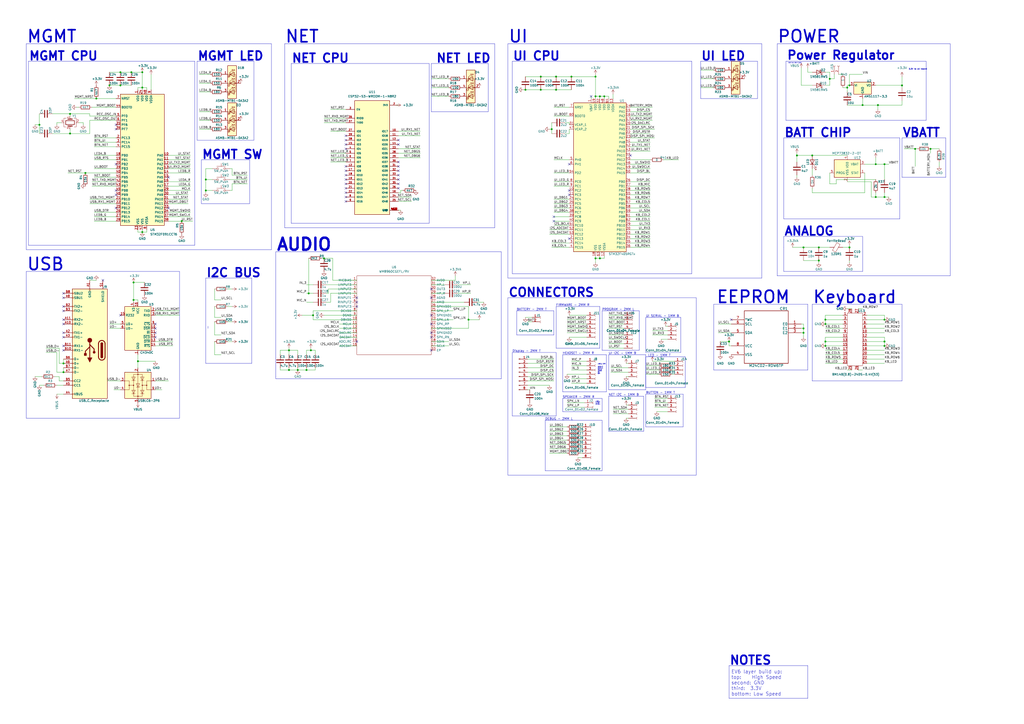
<source format=kicad_sch>
(kicad_sch (version 20230121) (generator eeschema)
  (paper "A2")
  (title_block (title "EV6b - FINN BERG") (date "2023-04-29") (company "CISCO SYSTEMS"))
  (junction (at 478.79 200.66))
  (junction (at 82.55 134.62))
  (junction (at 320.04 74.93))
  (junction (at 492.76 49.53))
  (junction (at 474.98 151.13))
  (junction (at 40.64 77.47))
  (junction (at 119.38 110.49))
  (junction (at 478.79 198.12))
  (junction (at 478.79 185.42))
  (junction (at 523.24 49.53))
  (junction (at 180.34 203.2))
  (junction (at 509.27 60.96))
  (junction (at 63.5 49.53))
  (junction (at 331.47 44.45))
  (junction (at 322.58 52.07))
  (junction (at 345.44 55.88))
  (junction (at 462.28 90.17))
  (junction (at 119.38 104.14))
  (junction (at 82.55 50.8))
  (junction (at 345.44 149.86))
  (junction (at 105.41 128.27))
  (junction (at 508 95.25))
  (junction (at 513.08 114.3))
  (junction (at 313.69 44.45))
  (junction (at 167.64 214.63))
  (junction (at 513.08 198.12))
  (junction (at 422.91 198.12))
  (junction (at 167.64 203.2))
  (junction (at 474.98 143.51))
  (junction (at 466.09 190.5))
  (junction (at 347.98 55.88))
  (junction (at 313.69 52.07))
  (junction (at 271.78 185.42))
  (junction (at 36.83 210.82))
  (junction (at 513.08 200.66))
  (junction (at 76.2 41.91))
  (junction (at 322.58 44.45))
  (junction (at 492.76 143.51))
  (junction (at 500.38 60.96))
  (junction (at 466.09 193.04))
  (junction (at 471.17 90.17))
  (junction (at 181.61 182.88))
  (junction (at 491.49 50.8))
  (junction (at 187.96 149.86))
  (junction (at 82.55 41.91))
  (junction (at 49.53 100.33))
  (junction (at 69.85 41.91))
  (junction (at 508 114.3))
  (junction (at 513.08 95.25))
  (junction (at 177.8 214.63))
  (junction (at 539.75 86.36))
  (junction (at 36.83 215.9))
  (junction (at 304.8 52.07))
  (junction (at 179.07 170.18))
  (junction (at 22.86 72.39))
  (junction (at 530.86 86.36))
  (junction (at 80.01 209.55))
  (junction (at 69.85 49.53))
  (junction (at 478.79 187.96))
  (junction (at 481.33 45.72))
  (junction (at 345.44 44.45))
  (junction (at 466.09 143.51))
  (junction (at 513.08 185.42))
  (junction (at 347.98 149.86))
  (junction (at 55.88 57.15))
  (junction (at 350.52 55.88))
  (junction (at 77.47 173.99))
  (junction (at 40.64 66.04))
  (junction (at 77.47 163.83))
  (junction (at 172.72 214.63))
  (no_connect (at 67.31 74.93))
  (no_connect (at 90.17 187.96))
  (no_connect (at 330.2 138.43))
  (no_connect (at 36.83 172.72))
  (no_connect (at 200.66 78.74))
  (no_connect (at 231.14 99.06))
  (no_connect (at 67.31 120.65))
  (no_connect (at 97.79 120.65))
  (no_connect (at 200.66 116.84))
  (no_connect (at 36.83 187.96))
  (no_connect (at 321.31 128.27))
  (no_connect (at 250.19 203.2))
  (no_connect (at 231.14 93.98))
  (no_connect (at 207.01 198.12))
  (no_connect (at 200.66 111.76))
  (no_connect (at 200.66 83.82))
  (no_connect (at 231.14 101.6))
  (no_connect (at 36.83 177.8))
  (no_connect (at 36.83 200.66))
  (no_connect (at 36.83 180.34))
  (no_connect (at 200.66 99.06))
  (no_connect (at 231.14 83.82))
  (no_connect (at 200.66 114.3))
  (no_connect (at 36.83 185.42))
  (no_connect (at 231.14 96.52))
  (no_connect (at 200.66 106.68))
  (no_connect (at 231.14 109.22))
  (no_connect (at 69.85 182.88))
  (no_connect (at 250.19 195.58))
  (no_connect (at 59.69 162.56))
  (no_connect (at 207.01 175.26))
  (no_connect (at 250.19 182.88))
  (no_connect (at 231.14 104.14))
  (no_connect (at 200.66 101.6))
  (no_connect (at 342.9 55.88))
  (no_connect (at 200.66 104.14))
  (no_connect (at 90.17 195.58))
  (no_connect (at 36.83 193.04))
  (no_connect (at 67.31 95.25))
  (no_connect (at 36.83 195.58))
  (no_connect (at 67.31 72.39))
  (no_connect (at 207.01 172.72))
  (no_connect (at 200.66 86.36))
  (no_connect (at 231.14 81.28))
  (no_connect (at 250.19 193.04))
  (no_connect (at 67.31 110.49))
  (no_connect (at 330.2 110.49))
  (no_connect (at 67.31 113.03))
  (no_connect (at 424.18 185.42))
  (no_connect (at 321.31 125.73))
  (no_connect (at 365.76 90.17))
  (no_connect (at 90.17 190.5))
  (no_connect (at 200.66 109.22))
  (no_connect (at 250.19 172.72))
  (no_connect (at 36.83 203.2))
  (no_connect (at 200.66 96.52))
  (no_connect (at 250.19 167.64))
  (no_connect (at 207.01 177.8))
  (no_connect (at 231.14 106.68))
  (no_connect (at 250.19 187.96))
  (no_connect (at 200.66 81.28))
  (no_connect (at 97.79 102.87))
  (no_connect (at 90.17 193.04))
  (no_connect (at 330.2 113.03))
  (no_connect (at 330.2 95.25))
  (no_connect (at 36.83 170.18))
  (wire (pts (xy 478.79 195.58) (xy 478.79 198.12)))
  (wire (pts (xy 478.79 205.74) (xy 488.95 205.74)))
  (wire (pts (xy 491.49 179.07) (xy 494.03 179.07)))
  (polyline (pts (xy 104.14 242.57) (xy 15.24 242.57)))
  (wire (pts (xy 97.79 125.73) (xy 110.49 125.73)))
  (wire (pts (xy 34.29 201.93) (xy 26.67 201.93)))
  (wire (pts (xy 378.46 209.55) (xy 391.16 209.55)))
  (polyline (pts (xy 396.24 228.6) (xy 396.24 247.65)))
  (wire (pts (xy 231.14 91.44) (xy 243.84 91.44)))
  (polyline (pts (xy 374.65 184.15) (xy 394.97 184.15)))
  (wire (pts (xy 62.23 220.98) (xy 69.85 220.98)))
  (polyline (pts (xy 250.19 36.83) (xy 283.21 36.83)))
  (wire (pts (xy 271.78 177.8) (xy 271.78 185.42)))
  (wire (pts (xy 365.76 97.79) (xy 377.19 97.79)))
  (wire (pts (xy 69.85 49.53) (xy 76.2 49.53)))
  (wire (pts (xy 115.57 64.77) (xy 121.92 64.77)))
  (wire (pts (xy 190.5 167.64) (xy 190.5 170.18)))
  (wire (pts (xy 85.09 134.62) (xy 82.55 134.62)))
  (wire (pts (xy 379.73 233.68) (xy 387.35 233.68)))
  (wire (pts (xy 345.44 149.86) (xy 347.98 149.86)))
  (wire (pts (xy 337.82 252.73) (xy 336.55 252.73)))
  (wire (pts (xy 466.09 190.5) (xy 466.09 193.04)))
  (wire (pts (xy 365.76 95.25) (xy 377.19 95.25)))
  (polyline (pts (xy 294.64 161.29) (xy 294.64 25.4)))
  (wire (pts (xy 468.63 41.91) (xy 471.17 41.91)))
  (wire (pts (xy 134.62 177.8) (xy 132.08 177.8)))
  (wire (pts (xy 530.86 86.36) (xy 530.86 96.52)))
  (wire (pts (xy 318.77 74.93) (xy 320.04 74.93)))
  (wire (pts (xy 97.79 113.03) (xy 109.22 113.03)))
  (polyline (pts (xy 450.85 25.4) (xy 454.66 25.4)))
  (wire (pts (xy 383.54 196.85) (xy 387.35 196.85)))
  (wire (pts (xy 321.31 118.11) (xy 330.2 118.11)))
  (wire (pts (xy 33.02 215.9) (xy 33.02 204.47)))
  (wire (pts (xy 134.62 97.79) (xy 134.62 101.6)))
  (wire (pts (xy 82.55 50.8) (xy 82.55 41.91)))
  (wire (pts (xy 321.31 107.95) (xy 330.2 107.95)))
  (wire (pts (xy 322.58 52.07) (xy 331.47 52.07)))
  (wire (pts (xy 232.41 110.49) (xy 232.41 111.76)))
  (wire (pts (xy 365.76 69.85) (xy 378.46 69.85)))
  (polyline (pts (xy 287.02 132.08) (xy 165.1 132.08)))
  (wire (pts (xy 321.31 115.57) (xy 330.2 115.57)))
  (wire (pts (xy 191.77 63.5) (xy 200.66 63.5)))
  (wire (pts (xy 134.62 101.6) (xy 143.51 101.6)))
  (wire (pts (xy 508 104.14) (xy 485.14 104.14)))
  (polyline (pts (xy 322.58 177.8) (xy 347.98 177.8)))
  (polyline (pts (xy 322.58 241.3) (xy 297.18 241.3)))
  (wire (pts (xy 328.93 187.96) (xy 340.36 187.96)))
  (wire (pts (xy 508 95.25) (xy 508 91.44)))
  (wire (pts (xy 478.79 210.82) (xy 488.95 210.82)))
  (wire (pts (xy 132.08 167.64) (xy 134.62 167.64)))
  (wire (pts (xy 45.72 71.12) (xy 48.26 71.12)))
  (wire (pts (xy 483.87 45.72) (xy 481.33 45.72)))
  (polyline (pts (xy 548.64 80.01) (xy 548.64 102.87)))
  (wire (pts (xy 466.09 151.13) (xy 474.98 151.13)))
  (wire (pts (xy 231.14 88.9) (xy 243.84 88.9)))
  (wire (pts (xy 25.4 223.52) (xy 22.86 223.52)))
  (wire (pts (xy 345.44 148.59) (xy 345.44 149.86)))
  (wire (pts (xy 119.38 104.14) (xy 119.38 110.49)))
  (wire (pts (xy 33.02 228.6) (xy 36.83 228.6)))
  (wire (pts (xy 207.01 182.88) (xy 187.96 182.88)))
  (polyline (pts (xy 551.18 160.02) (xy 450.85 160.02)))
  (wire (pts (xy 87.63 43.18) (xy 87.63 52.07)))
  (wire (pts (xy 179.07 149.86) (xy 179.07 170.18)))
  (wire (pts (xy 196.85 187.96) (xy 207.01 187.96)))
  (polyline (pts (xy 299.72 180.34) (xy 321.31 180.34)))
  (wire (pts (xy 97.79 118.11) (xy 109.22 118.11)))
  (wire (pts (xy 508 111.76) (xy 508 114.3)))
  (polyline (pts (xy 537.21 35.56) (xy 537.21 69.85)))
  (wire (pts (xy 250.19 175.26) (xy 269.24 175.26)))
  (polyline (pts (xy 407.67 35.56) (xy 439.42 35.56)))
  (wire (pts (xy 231.14 121.92) (xy 232.41 121.92)))
  (wire (pts (xy 177.8 165.1) (xy 181.61 165.1)))
  (polyline (pts (xy 353.06 229.87) (xy 353.06 250.19)))
  (wire (pts (xy 177.8 213.36) (xy 177.8 214.63)))
  (wire (pts (xy 63.5 49.53) (xy 69.85 49.53)))
  (wire (pts (xy 481.33 41.91) (xy 481.33 45.72)))
  (wire (pts (xy 330.2 72.39) (xy 330.2 71.12)))
  (polyline (pts (xy 104.14 157.48) (xy 104.14 242.57)))
  (wire (pts (xy 35.56 71.12) (xy 33.02 71.12)))
  (wire (pts (xy 321.31 128.27) (xy 330.2 128.27)))
  (polyline (pts (xy 290.83 219.71) (xy 290.83 146.05)))
  (wire (pts (xy 231.14 86.36) (xy 243.84 86.36)))
  (wire (pts (xy 97.79 100.33) (xy 110.49 100.33)))
  (wire (pts (xy 365.76 92.71) (xy 377.19 92.71)))
  (wire (pts (xy 313.69 44.45) (xy 322.58 44.45)))
  (wire (pts (xy 162.56 214.63) (xy 167.64 214.63)))
  (wire (pts (xy 355.6 240.03) (xy 364.49 240.03)))
  (wire (pts (xy 31.75 218.44) (xy 34.29 218.44)))
  (wire (pts (xy 365.76 130.81) (xy 377.19 130.81)))
  (wire (pts (xy 328.9402 257.81) (xy 318.77 257.81)))
  (wire (pts (xy 321.31 62.23) (xy 330.2 62.23)))
  (polyline (pts (xy 401.32 158.75) (xy 401.32 35.56)))
  (wire (pts (xy 505.46 114.3) (xy 508 114.3)))
  (wire (pts (xy 82.55 50.8) (xy 82.55 52.07)))
  (wire (pts (xy 365.76 67.31) (xy 378.46 67.31)))
  (wire (pts (xy 331.47 222.25) (xy 340.36 222.25)))
  (wire (pts (xy 478.79 193.04) (xy 488.95 193.04)))
  (wire (pts (xy 191.77 76.2) (xy 200.66 76.2)))
  (wire (pts (xy 474.98 143.51) (xy 481.33 143.51)))
  (polyline (pts (xy 521.97 127) (xy 454.66 127)))
  (wire (pts (xy 509.27 60.96) (xy 509.27 63.5)))
  (wire (pts (xy 331.47 44.45) (xy 345.44 44.45)))
  (wire (pts (xy 530.86 86.36) (xy 532.13 86.36)))
  (wire (pts (xy 20.32 218.44) (xy 24.13 218.44)))
  (wire (pts (xy 462.28 90.17) (xy 471.17 90.17)))
  (wire (pts (xy 381 238.76) (xy 387.35 238.76)))
  (polyline (pts (xy 523.24 176.53) (xy 471.17 176.53)))
  (wire (pts (xy 544.83 93.98) (xy 544.83 96.52)))
  (wire (pts (xy 124.46 194.31) (xy 128.27 194.31)))
  (wire (pts (xy 182.88 203.2) (xy 180.34 203.2)))
  (wire (pts (xy 365.76 120.65) (xy 377.19 120.65)))
  (wire (pts (xy 134.62 106.68) (xy 143.51 106.68)))
  (wire (pts (xy 539.75 86.36) (xy 539.75 88.9)))
  (wire (pts (xy 500.38 60.96) (xy 509.27 60.96)))
  (wire (pts (xy 250.19 180.34) (xy 262.89 180.34)))
  (wire (pts (xy 115.57 43.18) (xy 121.92 43.18)))
  (polyline (pts (xy 374.65 224.79) (xy 397.51 224.79)))
  (wire (pts (xy 190.5 167.64) (xy 207.01 167.64)))
  (wire (pts (xy 124.46 184.15) (xy 128.27 184.15)))
  (wire (pts (xy 90.17 200.66) (xy 100.33 200.66)))
  (wire (pts (xy 39.37 100.33) (xy 49.53 100.33)))
  (wire (pts (xy 478.79 200.66) (xy 488.95 200.66)))
  (wire (pts (xy 321.31 105.41) (xy 330.2 105.41)))
  (wire (pts (xy 345.44 55.88) (xy 347.98 55.88)))
  (wire (pts (xy 478.79 198.12) (xy 478.79 200.66)))
  (wire (pts (xy 182.88 203.2) (xy 182.88 205.74)))
  (polyline (pts (xy 316.23 273.05) (xy 349.25 273.05)))
  (wire (pts (xy 105.41 128.27) (xy 111.76 128.27)))
  (wire (pts (xy 320.04 74.93) (xy 320.04 77.47)))
  (polyline (pts (xy 454.66 143.51) (xy 454.66 157.48)))
  (polyline (pts (xy 351.79 227.33) (xy 326.39 227.33)))
  (wire (pts (xy 250.19 177.8) (xy 271.78 177.8)))
  (wire (pts (xy 82.55 133.35) (xy 82.55 134.62)))
  (polyline (pts (xy 147.32 81.28) (xy 114.3 81.28)))
  (polyline (pts (xy 316.23 243.84) (xy 349.25 243.84)))
  (wire (pts (xy 123.19 110.49) (xy 119.38 110.49)))
  (polyline (pts (xy 297.18 204.47) (xy 322.58 204.47)))
  (polyline (pts (xy 374.65 184.15) (xy 374.65 204.47)))
  (wire (pts (xy 345.44 149.86) (xy 345.44 152.4)))
  (wire (pts (xy 196.85 193.04) (xy 207.01 193.04)))
  (polyline (pts (xy 114.3 35.56) (xy 147.32 35.56)))
  (polyline (pts (xy 146.05 210.82) (xy 146.05 161.29)))
  (wire (pts (xy 177.8 203.2) (xy 177.8 205.74)))
  (polyline (pts (xy 450.85 160.02) (xy 450.85 25.4)))
  (wire (pts (xy 464.82 190.5) (xy 466.09 190.5)))
  (polyline (pts (xy 370.84 203.2) (xy 349.25 203.2)))
  (wire (pts (xy 478.79 49.53) (xy 481.33 49.53)))
  (wire (pts (xy 231.14 76.2) (xy 243.84 76.2)))
  (wire (pts (xy 124.46 205.74) (xy 128.27 205.74)))
  (wire (pts (xy 231.14 78.74) (xy 243.84 78.74)))
  (polyline (pts (xy 455.93 35.56) (xy 455.93 69.85)))
  (wire (pts (xy 478.79 198.12) (xy 488.95 198.12)))
  (wire (pts (xy 384.81 92.71) (xy 393.7 92.71)))
  (wire (pts (xy 45.72 62.23) (xy 44.45 62.23)))
  (wire (pts (xy 379.73 236.22) (xy 387.35 236.22)))
  (wire (pts (xy 414.02 50.8) (xy 406.4 50.8)))
  (wire (pts (xy 55.88 57.15) (xy 67.31 57.15)))
  (wire (pts (xy 304.8 44.45) (xy 313.69 44.45)))
  (wire (pts (xy 330.2 195.58) (xy 340.36 195.58)))
  (wire (pts (xy 502.92 182.88) (xy 513.08 182.88)))
  (wire (pts (xy 162.56 203.2) (xy 162.56 205.74)))
  (polyline (pts (xy 422.91 386.08) (xy 468.63 386.08)))
  (wire (pts (xy 63.5 187.96) (xy 69.85 187.96)))
  (wire (pts (xy 459.74 143.51) (xy 466.09 143.51)))
  (wire (pts (xy 115.57 53.34) (xy 121.92 53.34)))
  (polyline (pts (xy 349.25 180.34) (xy 370.84 180.34)))
  (polyline (pts (xy 294.64 275.59) (xy 294.64 172.72)))
  (wire (pts (xy 306.07 220.98) (xy 321.31 220.98)))
  (wire (pts (xy 414.02 40.64) (xy 406.4 40.64)))
  (wire (pts (xy 133.35 110.49) (xy 134.62 110.49)))
  (wire (pts (xy 365.76 138.43) (xy 377.19 138.43)))
  (wire (pts (xy 345.44 43.18) (xy 345.44 44.45)))
  (wire (pts (xy 328.93 250.19) (xy 318.77 250.19)))
  (wire (pts (xy 36.83 215.9) (xy 33.02 215.9)))
  (polyline (pts (xy 290.83 146.05) (xy 167.64 146.05)))
  (wire (pts (xy 187.96 71.12) (xy 200.66 71.12)))
  (wire (pts (xy 485.14 104.14) (xy 485.14 106.68)))
  (wire (pts (xy 66.04 226.06) (xy 69.85 226.06)))
  (wire (pts (xy 306.07 210.82) (xy 321.31 210.82)))
  (polyline (pts (xy 328.93 205.74) (xy 351.79 205.74)))
  (wire (pts (xy 320.04 143.51) (xy 330.2 143.51)))
  (wire (pts (xy 193.04 162.56) (xy 207.01 162.56)))
  (wire (pts (xy 306.07 226.06) (xy 307.34 226.06)))
  (wire (pts (xy 123.19 104.14) (xy 119.38 104.14)))
  (wire (pts (xy 347.98 55.88) (xy 350.52 55.88)))
  (wire (pts (xy 191.77 170.18) (xy 191.77 175.26)))
  (wire (pts (xy 331.47 209.55) (xy 340.36 209.55)))
  (wire (pts (xy 80.01 173.99) (xy 80.01 175.26)))
  (wire (pts (xy 260.35 50.8) (xy 250.19 50.8)))
  (wire (pts (xy 196.85 195.58) (xy 207.01 195.58)))
  (wire (pts (xy 189.23 165.1) (xy 207.01 165.1)))
  (polyline (pts (xy 349.25 243.84) (xy 349.25 245.11)))
  (wire (pts (xy 365.76 82.55) (xy 377.19 82.55)))
  (wire (pts (xy 306.07 215.9) (xy 321.31 215.9)))
  (wire (pts (xy 172.72 214.63) (xy 172.72 213.36)))
  (wire (pts (xy 539.75 86.36) (xy 544.83 86.36)))
  (polyline (pts (xy 397.51 224.79) (xy 397.51 207.01)))
  (wire (pts (xy 464.82 187.96) (xy 466.09 187.96)))
  (wire (pts (xy 492.76 43.18) (xy 500.38 43.18)))
  (wire (pts (xy 471.17 97.79) (xy 471.17 101.6)))
  (polyline (pts (xy 353.06 250.19) (xy 373.38 250.19)))
  (wire (pts (xy 304.8 52.07) (xy 313.69 52.07)))
  (polyline (pts (xy 403.86 275.59) (xy 294.64 275.59)))
  (polyline (pts (xy 322.58 201.93) (xy 322.58 177.8)))
  (polyline (pts (xy 283.21 64.77) (xy 250.19 64.77)))
  (wire (pts (xy 167.64 203.2) (xy 162.56 203.2)))
  (wire (pts (xy 53.34 105.41) (xy 67.31 105.41)))
  (wire (pts (xy 306.07 218.44) (xy 321.31 218.44)))
  (polyline (pts (xy 521.97 80.01) (xy 521.97 127)))
  (wire (pts (xy 365.76 113.03) (xy 377.19 113.03)))
  (wire (pts (xy 350.52 55.88) (xy 350.52 57.15)))
  (polyline (pts (xy 283.21 36.83) (xy 283.21 64.77)))
  (wire (pts (xy 422.91 200.66) (xy 422.91 198.12)))
  (wire (pts (xy 468.63 39.37) (xy 468.63 41.91)))
  (polyline (pts (xy 439.42 35.56) (xy 439.42 57.15)))
  (wire (pts (xy 54.61 80.01) (xy 67.31 80.01)))
  (wire (pts (xy 508 114.3) (xy 513.08 114.3)))
  (wire (pts (xy 97.79 128.27) (xy 105.41 128.27)))
  (wire (pts (xy 54.61 90.17) (xy 67.31 90.17)))
  (wire (pts (xy 508 49.53) (xy 523.24 49.53)))
  (wire (pts (xy 193.04 162.56) (xy 193.04 149.86)))
  (wire (pts (xy 492.76 151.13) (xy 492.76 152.4)))
  (wire (pts (xy 172.72 203.2) (xy 167.64 203.2)))
  (wire (pts (xy 172.72 203.2) (xy 172.72 205.74)))
  (wire (pts (xy 330.2 77.47) (xy 327.66 77.47)))
  (wire (pts (xy 491.49 214.63) (xy 494.03 214.63)))
  (polyline (pts (xy 120.65 189.23) (xy 120.65 190.5)))
  (wire (pts (xy 464.82 39.37) (xy 464.82 49.53)))
  (wire (pts (xy 80.01 209.55) (xy 80.01 213.36)))
  (wire (pts (xy 186.69 149.86) (xy 187.96 149.86)))
  (wire (pts (xy 464.82 193.04) (xy 466.09 193.04)))
  (wire (pts (xy 501.65 95.25) (xy 508 95.25)))
  (wire (pts (xy 336.55 247.65) (xy 337.82 247.65)))
  (polyline (pts (xy 471.17 220.98) (xy 523.24 220.98)))
  (wire (pts (xy 466.09 187.96) (xy 466.09 190.5)))
  (wire (pts (xy 69.85 41.91) (xy 76.2 41.91)))
  (wire (pts (xy 502.92 205.74) (xy 513.08 205.74)))
  (wire (pts (xy 77.47 163.83) (xy 83.82 163.83)))
  (wire (pts (xy 486.41 43.18) (xy 488.95 43.18)))
  (wire (pts (xy 478.79 203.2) (xy 488.95 203.2)))
  (wire (pts (xy 181.61 180.34) (xy 207.01 180.34)))
  (wire (pts (xy 229.87 60.96) (xy 231.14 60.96)))
  (polyline (pts (xy 349.25 203.2) (xy 349.25 180.34)))
  (wire (pts (xy 488.95 143.51) (xy 492.76 143.51)))
  (wire (pts (xy 491.49 49.53) (xy 492.76 49.53)))
  (polyline (pts (xy 455.93 35.56) (xy 537.21 35.56)))
  (wire (pts (xy 523.24 44.45) (xy 523.24 49.53)))
  (wire (pts (xy 365.76 123.19) (xy 377.19 123.19)))
  (wire (pts (xy 500.38 57.15) (xy 500.38 60.96)))
  (wire (pts (xy 123.19 97.79) (xy 119.38 97.79)))
  (polyline (pts (xy 454.66 80.01) (xy 521.97 80.01)))
  (wire (pts (xy 191.77 91.44) (xy 200.66 91.44)))
  (wire (pts (xy 365.76 85.09) (xy 377.19 85.09)))
  (wire (pts (xy 500.38 214.63) (xy 497.84 214.63)))
  (wire (pts (xy 502.92 190.5) (xy 513.08 190.5)))
  (wire (pts (xy 318.77 135.89) (xy 330.2 135.89)))
  (wire (pts (xy 55.88 162.56) (xy 52.07 162.56)))
  (wire (pts (xy 379.73 231.14) (xy 387.35 231.14)))
  (wire (pts (xy 191.77 170.18) (xy 207.01 170.18)))
  (wire (pts (xy 304.8 52.07) (xy 303.53 52.07)))
  (wire (pts (xy 231.14 114.3) (xy 238.76 114.3)))
  (wire (pts (xy 347.98 55.88) (xy 347.98 57.15)))
  (wire (pts (xy 478.79 182.88) (xy 488.95 182.88)))
  (wire (pts (xy 363.22 242.57) (xy 364.49 242.57)))
  (wire (pts (xy 182.88 213.36) (xy 182.88 214.63)))
  (wire (pts (xy 491.49 60.96) (xy 500.38 60.96)))
  (wire (pts (xy 40.64 66.04) (xy 40.64 67.31)))
  (polyline (pts (xy 290.83 219.71) (xy 160.02 219.71)))
  (wire (pts (xy 124.46 177.8) (xy 124.46 184.15)))
  (wire (pts (xy 80.01 50.8) (xy 82.55 50.8)))
  (wire (pts (xy 330.2 71.12) (xy 327.66 71.12)))
  (wire (pts (xy 30.48 77.47) (xy 40.64 77.47)))
  (wire (pts (xy 328.93 236.22) (xy 339.09 236.22)))
  (wire (pts (xy 179.07 170.18) (xy 181.61 170.18)))
  (wire (pts (xy 478.79 182.88) (xy 478.79 185.42)))
  (wire (pts (xy 133.35 97.79) (xy 134.62 97.79)))
  (wire (pts (xy 481.33 100.33) (xy 481.33 106.68)))
  (wire (pts (xy 85.09 50.8) (xy 82.55 50.8)))
  (wire (pts (xy 52.07 115.57) (xy 67.31 115.57)))
  (wire (pts (xy 80.01 205.74) (xy 80.01 209.55)))
  (polyline (pts (xy 316.23 243.84) (xy 316.23 273.05)))
  (polyline (pts (xy 468.63 176.53) (xy 468.63 214.63)))
  (wire (pts (xy 485.14 106.68) (xy 481.33 106.68)))
  (wire (pts (xy 378.46 191.77) (xy 387.35 191.77)))
  (wire (pts (xy 40.64 74.93) (xy 40.64 77.47)))
  (wire (pts (xy 90.17 226.06) (xy 93.98 226.06)))
  (polyline (pts (xy 414.02 176.53) (xy 468.63 176.53)))
  (wire (pts (xy 320.04 140.97) (xy 330.2 140.97)))
  (wire (pts (xy 524.51 86.36) (xy 530.86 86.36)))
  (wire (pts (xy 502.92 195.58) (xy 513.08 195.58)))
  (wire (pts (xy 424.18 200.66) (xy 422.91 200.66)))
  (wire (pts (xy 52.07 77.47) (xy 40.64 77.47)))
  (polyline (pts (xy 167.64 146.05) (xy 160.02 146.05)))
  (polyline (pts (xy 294.64 172.72) (xy 403.86 172.72)))
  (wire (pts (xy 22.86 72.39) (xy 22.86 77.47)))
  (polyline (pts (xy 523.24 102.87) (xy 523.24 80.01)))
  (wire (pts (xy 306.07 223.52) (xy 318.77 223.52)))
  (wire (pts (xy 355.6 237.49) (xy 364.49 237.49)))
  (polyline (pts (xy 15.24 242.57) (xy 15.24 157.48)))
  (polyline (pts (xy 113.03 35.56) (xy 113.03 142.24)))
  (wire (pts (xy 313.69 52.07) (xy 322.58 52.07)))
  (wire (pts (xy 97.79 92.71) (xy 110.49 92.71)))
  (wire (pts (xy 191.77 175.26) (xy 189.23 175.26)))
  (wire (pts (xy 328.93 217.17) (xy 340.36 217.17)))
  (wire (pts (xy 488.95 50.8) (xy 491.49 50.8)))
  (wire (pts (xy 43.18 57.15) (xy 55.88 57.15)))
  (wire (pts (xy 342.9 57.15) (xy 342.9 55.88)))
  (wire (pts (xy 250.19 185.42) (xy 262.89 185.42)))
  (wire (pts (xy 85.09 133.35) (xy 85.09 134.62)))
  (polyline (pts (xy 406.4 35.56) (xy 407.67 35.56)))
  (wire (pts (xy 80.01 133.35) (xy 80.01 134.62)))
  (polyline (pts (xy 347.98 201.93) (xy 322.58 201.93)))
  (polyline (pts (xy 114.3 35.56) (xy 114.3 81.28)))
  (wire (pts (xy 190.5 170.18) (xy 189.23 170.18)))
  (wire (pts (xy 22.86 72.39) (xy 20.32 72.39)))
  (wire (pts (xy 502.92 198.12) (xy 513.08 198.12)))
  (wire (pts (xy 196.85 200.66) (xy 207.01 200.66)))
  (wire (pts (xy 355.6 54.61) (xy 355.6 57.15)))
  (wire (pts (xy 345.44 55.88) (xy 345.44 57.15)))
  (wire (pts (xy 134.62 186.69) (xy 132.08 186.69)))
  (wire (pts (xy 76.2 41.91) (xy 82.55 41.91)))
  (polyline (pts (xy 297.18 158.75) (xy 401.32 158.75)))
  (wire (pts (xy 347.98 149.86) (xy 350.52 149.86)))
  (polyline (pts (xy 349.25 231.14) (xy 349.25 238.76)))
  (wire (pts (xy 331.47 219.71) (xy 340.36 219.71)))
  (polyline (pts (xy 500.38 137.16) (xy 454.66 137.16)))
  (wire (pts (xy 328.93 185.42) (xy 340.36 185.42)))
  (wire (pts (xy 365.76 110.49) (xy 377.19 110.49)))
  (wire (pts (xy 180.34 203.2) (xy 177.8 203.2)))
  (polyline (pts (xy 297.18 204.47) (xy 297.18 241.3)))
  (wire (pts (xy 63.5 41.91) (xy 69.85 41.91)))
  (wire (pts (xy 30.48 66.04) (xy 40.64 66.04)))
  (polyline (pts (xy 248.92 129.54) (xy 248.92 36.83)))
  (wire (pts (xy 162.56 213.36) (xy 162.56 214.63)))
  (wire (pts (xy 478.79 195.58) (xy 488.95 195.58)))
  (wire (pts (xy 231.14 116.84) (xy 238.76 116.84)))
  (wire (pts (xy 389.89 212.09) (xy 391.16 212.09)))
  (polyline (pts (xy 157.48 144.78) (xy 15.24 144.78)))
  (polyline (pts (xy 471.17 176.53) (xy 471.17 176.53)))
  (wire (pts (xy 167.64 213.36) (xy 167.64 214.63)))
  (wire (pts (xy 365.76 100.33) (xy 377.19 100.33)))
  (wire (pts (xy 250.19 165.1) (xy 257.81 165.1)))
  (wire (pts (xy 318.77 247.65) (xy 328.93 247.65)))
  (polyline (pts (xy 441.96 161.29) (xy 294.64 161.29)))
  (wire (pts (xy 36.83 210.82) (xy 34.29 210.82)))
  (polyline (pts (xy 326.39 238.76) (xy 326.39 231.14)))
  (polyline (pts (xy 500.38 157.48) (xy 500.38 137.16)))
  (wire (pts (xy 34.29 220.98) (xy 36.83 220.98)))
  (polyline (pts (xy 146.05 161.29) (xy 119.38 161.29)))
  (wire (pts (xy 304.8 184.15) (xy 308.61 184.15)))
  (wire (pts (xy 466.09 193.04) (xy 466.09 195.58)))
  (wire (pts (xy 77.47 173.99) (xy 80.01 173.99)))
  (polyline (pts (xy 15.24 157.48) (xy 104.14 157.48)))
  (wire (pts (xy 271.78 185.42) (xy 271.78 190.5)))
  (wire (pts (xy 321.31 92.71) (xy 330.2 92.71)))
  (wire (pts (xy 462.28 101.6) (xy 462.28 102.87)))
  (wire (pts (xy 321.31 130.81) (xy 330.2 130.81)))
  (wire (pts (xy 466.09 143.51) (xy 474.98 143.51)))
  (wire (pts (xy 181.61 180.34) (xy 181.61 182.88)))
  (wire (pts (xy 347.98 148.59) (xy 347.98 149.86)))
  (polyline (pts (xy 403.86 172.72) (xy 403.86 275.59)))
  (wire (pts (xy 491.49 50.8) (xy 491.49 53.34)))
  (wire (pts (xy 77.47 163.83) (xy 77.47 173.99)))
  (wire (pts (xy 321.31 67.31) (xy 330.2 67.31)))
  (polyline (pts (xy 119.38 210.82) (xy 146.05 210.82)))
  (wire (pts (xy 77.47 173.99) (xy 77.47 175.26)))
  (wire (pts (xy 52.07 66.04) (xy 40.64 66.04)))
  (polyline (pts (xy 351.79 205.74) (xy 351.79 227.33)))
  (wire (pts (xy 523.24 58.42) (xy 523.24 60.96)))
  (polyline (pts (xy 523.24 80.01) (xy 548.64 80.01)))
  (polyline (pts (xy 374.65 226.06) (xy 353.06 226.06)))
  (polyline (pts (xy 373.38 250.19) (xy 373.38 229.87)))
  (wire (pts (xy 52.07 118.11) (xy 67.31 118.11)))
  (polyline (pts (xy 353.06 229.87) (xy 373.38 229.87)))
  (wire (pts (xy 523.24 49.53) (xy 523.24 50.8)))
  (wire (pts (xy 328.93 262.89) (xy 318.77 262.89)))
  (wire (pts (xy 478.79 190.5) (xy 488.95 190.5)))
  (wire (pts (xy 328.93 190.5) (xy 340.36 190.5)))
  (polyline (pts (xy 297.18 35.56) (xy 401.32 35.56)))
  (wire (pts (xy 502.92 185.42) (xy 513.08 185.42)))
  (wire (pts (xy 97.79 107.95) (xy 110.49 107.95)))
  (wire (pts (xy 52.07 67.31) (xy 67.31 67.31)))
  (wire (pts (xy 181.61 185.42) (xy 207.01 185.42)))
  (polyline (pts (xy 551.18 25.4) (xy 551.18 160.02)))
  (wire (pts (xy 502.92 187.96) (xy 513.08 187.96)))
  (polyline (pts (xy 165.1 132.08) (xy 165.1 25.4)))
  (wire (pts (xy 353.06 196.85) (xy 361.95 196.85)))
  (wire (pts (xy 322.58 44.45) (xy 331.47 44.45)))
  (wire (pts (xy 80.01 134.62) (xy 82.55 134.62)))
  (polyline (pts (xy 439.42 57.15) (xy 406.4 57.15)))
  (wire (pts (xy 54.61 92.71) (xy 67.31 92.71)))
  (wire (pts (xy 502.92 203.2) (xy 513.08 203.2)))
  (wire (pts (xy 119.38 97.79) (xy 119.38 104.14)))
  (wire (pts (xy 54.61 128.27) (xy 67.31 128.27)))
  (wire (pts (xy 22.86 66.04) (xy 22.86 72.39)))
  (wire (pts (xy 491.49 105.41) (xy 505.46 105.41)))
  (wire (pts (xy 478.79 185.42) (xy 488.95 185.42)))
  (polyline (pts (xy 157.48 25.4) (xy 157.48 144.78)))
  (wire (pts (xy 513.08 104.14) (xy 513.08 95.25)))
  (wire (pts (xy 365.76 72.39) (xy 377.19 72.39)))
  (wire (pts (xy 233.68 110.49) (xy 232.41 110.49)))
  (wire (pts (xy 365.76 62.23) (xy 378.46 62.23)))
  (wire (pts (xy 54.61 123.19) (xy 67.31 123.19)))
  (wire (pts (xy 389.89 214.63) (xy 391.16 214.63)))
  (wire (pts (xy 331.47 212.09) (xy 340.36 212.09)))
  (wire (pts (xy 471.17 111.76) (xy 501.65 111.76)))
  (wire (pts (xy 306.07 186.69) (xy 308.61 186.69)))
  (wire (pts (xy 336.55 262.89) (xy 337.82 262.89)))
  (polyline (pts (xy 537.21 69.85) (xy 455.93 69.85)))
  (wire (pts (xy 365.76 125.73) (xy 377.19 125.73)))
  (polyline (pts (xy 370.84 180.34) (xy 370.84 203.2)))
  (wire (pts (xy 353.06 55.88) (xy 353.06 57.15)))
  (wire (pts (xy 374.65 214.63) (xy 382.27 214.63)))
  (wire (pts (xy 365.76 135.89) (xy 377.19 135.89)))
  (wire (pts (xy 374.65 217.17) (xy 382.27 217.17)))
  (wire (pts (xy 365.76 118.11) (xy 377.19 118.11)))
  (wire (pts (xy 321.31 125.73) (xy 330.2 125.73)))
  (polyline (pts (xy 160.02 219.71) (xy 160.02 218.44)))
  (wire (pts (xy 54.61 82.55) (xy 67.31 82.55)))
  (polyline (pts (xy 454.66 137.16) (xy 454.66 143.51)))
  (wire (pts (xy 328.93 252.73) (xy 318.77 252.73)))
  (wire (pts (xy 134.62 198.12) (xy 132.08 198.12)))
  (wire (pts (xy 502.92 210.82) (xy 513.08 210.82)))
  (wire (pts (xy 52.07 67.31) (xy 52.07 66.04)))
  (wire (pts (xy 509.27 60.96) (xy 523.24 60.96)))
  (polyline (pts (xy 471.17 176.53) (xy 471.17 220.98)))
  (wire (pts (xy 90.17 182.88) (xy 104.14 182.88)))
  (wire (pts (xy 478.79 41.91) (xy 481.33 41.91)))
  (wire (pts (xy 462.28 88.9) (xy 462.28 90.17)))
  (polyline (pts (xy 116.84 118.11) (xy 116.84 92.71)))
  (wire (pts (xy 321.31 123.19) (xy 330.2 123.19)))
  (wire (pts (xy 474.98 151.13) (xy 474.98 152.4)))
  (wire (pts (xy 250.19 198.12) (xy 260.35 198.12)))
  (polyline (pts (xy 394.97 204.47) (xy 394.97 184.15)))
  (wire (pts (xy 365.76 74.93) (xy 379.73 74.93)))
  (polyline (pts (xy 414.02 214.63) (xy 414.02 176.53)))
  (wire (pts (xy 328.93 193.04) (xy 340.36 193.04)))
  (wire (pts (xy 353.06 182.88) (xy 361.95 182.88)))
  (wire (pts (xy 345.44 44.45) (xy 345.44 55.88)))
  (wire (pts (xy 365.76 133.35) (xy 377.19 133.35)))
  (polyline (pts (xy 454.66 157.48) (xy 500.38 157.48)))
  (wire (pts (xy 97.79 115.57) (xy 109.22 115.57)))
  (wire (pts (xy 321.31 120.65) (xy 330.2 120.65)))
  (wire (pts (xy 49.53 100.33) (xy 67.31 100.33)))
  (polyline (pts (xy 441.96 25.4) (xy 441.96 161.29)))
  (wire (pts (xy 167.64 203.2) (xy 167.64 205.74)))
  (wire (pts (xy 337.82 260.35) (xy 336.6692 260.35)))
  (polyline (pts (xy 326.39 231.14) (xy 349.25 231.14)))
  (polyline (pts (xy 16.51 35.56) (xy 113.03 35.56)))
  (wire (pts (xy 33.02 223.52) (xy 36.83 223.52)))
  (polyline (pts (xy 353.06 226.06) (xy 353.06 205.74)))
  (wire (pts (xy 52.07 69.85) (xy 52.07 77.47)))
  (wire (pts (xy 80.01 52.07) (xy 80.01 50.8)))
  (wire (pts (xy 54.61 102.87) (xy 67.31 102.87)))
  (wire (pts (xy 33.02 71.12) (xy 33.02 72.39)))
  (wire (pts (xy 232.41 111.76) (xy 231.14 111.76)))
  (wire (pts (xy 48.26 71.12) (xy 48.26 72.39)))
  (wire (pts (xy 350.52 55.88) (xy 353.06 55.88)))
  (wire (pts (xy 422.91 198.12) (xy 417.83 198.12)))
  (wire (pts (xy 115.57 69.85) (xy 121.92 69.85)))
  (wire (pts (xy 389.89 217.17) (xy 391.16 217.17)))
  (wire (pts (xy 167.64 214.63) (xy 172.72 214.63)))
  (wire (pts (xy 500.38 179.07) (xy 497.84 179.07)))
  (polyline (pts (xy 454.66 127) (xy 454.66 80.01)))
  (wire (pts (xy 250.19 200.66) (xy 260.35 200.66)))
  (wire (pts (xy 353.06 187.96) (xy 361.95 187.96)))
  (wire (pts (xy 353.06 199.39) (xy 361.95 199.39)))
  (polyline (pts (xy 523.24 220.98) (xy 523.24 176.53)))
  (wire (pts (xy 54.61 85.09) (xy 67.31 85.09)))
  (polyline (pts (xy 374.65 228.6) (xy 396.24 228.6)))
  (wire (pts (xy 363.22 218.44) (xy 364.49 218.44)))
  (wire (pts (xy 329.0492 260.35) (xy 318.77 260.35)))
  (wire (pts (xy 350.52 148.59) (xy 350.52 149.86)))
  (wire (pts (xy 115.57 74.93) (xy 121.92 74.93)))
  (wire (pts (xy 124.46 167.64) (xy 124.46 173.99)))
  (polyline (pts (xy 160.02 146.05) (xy 160.02 218.44)))
  (wire (pts (xy 513.08 111.76) (xy 513.08 114.3)))
  (wire (pts (xy 471.17 90.17) (xy 491.49 90.17)))
  (polyline (pts (xy 374.65 205.74) (xy 374.65 226.06)))
  (wire (pts (xy 365.76 87.63) (xy 377.19 87.63)))
  (wire (pts (xy 513.08 182.88) (xy 513.08 185.42)))
  (polyline (pts (xy 422.91 386.08) (xy 422.91 405.13)))
  (polyline (pts (xy 168.91 129.54) (xy 248.92 129.54)))
  (wire (pts (xy 337.82 250.19) (xy 336.55 250.19)))
  (wire (pts (xy 264.16 162.56) (xy 264.16 160.02)))
  (wire (pts (xy 365.76 128.27) (xy 377.19 128.27)))
  (wire (pts (xy 33.02 204.47) (xy 26.67 204.47)))
  (wire (pts (xy 54.61 125.73) (xy 67.31 125.73)))
  (wire (pts (xy 97.79 110.49) (xy 110.49 110.49)))
  (polyline (pts (xy 15.24 144.78) (xy 15.24 25.4)))
  (polyline (pts (xy 119.38 161.29) (xy 119.38 210.82)))
  (polyline (pts (xy 326.39 205.74) (xy 328.93 205.74)))
  (polyline (pts (xy 250.19 64.77) (xy 250.19 36.83)))
  (wire (pts (xy 97.79 95.25) (xy 110.49 95.25)))
  (polyline (pts (xy 406.4 57.15) (xy 406.4 35.56)))
  (wire (pts (xy 464.82 49.53) (xy 471.17 49.53)))
  (polyline (pts (xy 353.06 205.74) (xy 374.65 205.74)))
  (wire (pts (xy 505.46 105.41) (xy 505.46 114.3)))
  (wire (pts (xy 515.62 114.3) (xy 513.08 114.3)))
  (wire (pts (xy 180.34 203.2) (xy 180.34 201.93)))
  (wire (pts (xy 471.17 111.76) (xy 471.17 109.22)))
  (polyline (pts (xy 299.72 194.31) (xy 299.72 180.34)))
  (wire (pts (xy 85.09 52.07) (xy 85.09 50.8)))
  (wire (pts (xy 306.07 213.36) (xy 321.31 213.36)))
  (polyline (pts (xy 168.91 36.83) (xy 168.91 129.54)))
  (wire (pts (xy 97.79 105.41) (xy 110.49 105.41)))
  (wire (pts (xy 513.08 95.25) (xy 515.62 95.25)))
  (wire (pts (xy 177.8 170.18) (xy 179.07 170.18)))
  (polyline (pts (xy 396.24 247.65) (xy 374.65 247.65)))
  (wire (pts (xy 337.82 255.27) (xy 336.55 255.27)))
  (wire (pts (xy 365.76 140.97) (xy 377.19 140.97)))
  (wire (pts (xy 328.93 233.68) (xy 339.09 233.68)))
  (wire (pts (xy 53.34 62.23) (xy 67.31 62.23)))
  (wire (pts (xy 483.87 43.18) (xy 483.87 45.72)))
  (wire (pts (xy 365.76 105.41) (xy 377.19 105.41)))
  (wire (pts (xy 177.8 175.26) (xy 181.61 175.26)))
  (polyline (pts (xy 168.91 36.83) (xy 248.92 36.83)))
  (polyline (pts (xy 454.66 25.4) (xy 551.18 25.4)))
  (wire (pts (xy 365.76 80.01) (xy 379.73 80.01)))
  (wire (pts (xy 191.77 93.98) (xy 200.66 93.98)))
  (wire (pts (xy 513.08 95.25) (xy 508 95.25)))
  (wire (pts (xy 320.04 71.12) (xy 320.04 74.93)))
  (polyline (pts (xy 15.24 25.4) (xy 157.48 25.4)))
  (wire (pts (xy 331.47 214.63) (xy 340.36 214.63)))
  (wire (pts (xy 365.76 143.51) (xy 377.19 143.51)))
  (polyline (pts (xy 374.65 204.47) (xy 394.97 204.47)))
  (polyline (pts (xy 147.32 35.56) (xy 147.32 81.28)))
  (polyline (pts (xy 548.64 102.87) (xy 523.24 102.87)))
  (wire (pts (xy 97.79 97.79) (xy 110.49 97.79)))
  (wire (pts (xy 501.65 111.76) (xy 501.65 100.33)))
  (wire (pts (xy 34.29 210.82) (xy 34.29 201.93)))
  (polyline (pts (xy 294.64 25.4) (xy 441.96 25.4)))
  (wire (pts (xy 502.92 193.04) (xy 513.08 193.04)))
  (polyline (pts (xy 326.39 227.33) (xy 326.39 205.74)))
  (wire (pts (xy 90.17 180.34) (xy 104.14 180.34)))
  (wire (pts (xy 306.07 208.28) (xy 321.31 208.28)))
  (wire (pts (xy 363.22 234.95) (xy 364.49 234.95)))
  (wire (pts (xy 374.65 212.09) (xy 382.27 212.09)))
  (wire (pts (xy 353.06 185.42) (xy 361.95 185.42)))
  (wire (pts (xy 365.76 107.95) (xy 377.19 107.95)))
  (wire (pts (xy 416.56 193.04) (xy 424.18 193.04)))
  (wire (pts (xy 354.33 215.9) (xy 364.49 215.9)))
  (wire (pts (xy 90.17 198.12) (xy 100.33 198.12)))
  (wire (pts (xy 491.49 49.53) (xy 491.49 50.8)))
  (wire (pts (xy 167.64 203.2) (xy 167.64 201.93)))
  (wire (pts (xy 416.56 187.96) (xy 424.18 187.96)))
  (wire (pts (xy 492.76 49.53) (xy 492.76 43.18)))
  (wire (pts (xy 513.08 195.58) (xy 513.08 198.12)))
  (wire (pts (xy 271.78 185.42) (xy 278.13 185.42)))
  (wire (pts (xy 34.29 218.44) (xy 34.29 220.98)))
  (polyline (pts (xy 165.1 25.4) (xy 287.02 25.4)))
  (polyline (pts (xy 113.03 142.24) (xy 16.51 142.24)))
  (polyline (pts (xy 347.98 177.8) (xy 347.98 201.93)))
  (wire (pts (xy 187.96 149.86) (xy 193.04 149.86)))
  (wire (pts (xy 133.35 104.14) (xy 143.51 104.14)))
  (wire (pts (xy 134.62 110.49) (xy 134.62 106.68)))
  (polyline (pts (xy 349.25 273.05) (xy 349.25 245.11)))
  (wire (pts (xy 124.46 173.99) (xy 128.27 173.99)))
  (wire (pts (xy 276.86 175.26) (xy 280.67 175.26)))
  (wire (pts (xy 97.79 123.19) (xy 110.49 123.19)))
  (polyline (pts (xy 374.65 247.65) (xy 374.65 228.6)))
  (wire (pts (xy 181.61 182.88) (xy 175.26 182.88)))
  (wire (pts (xy 260.35 45.72) (xy 250.19 45.72)))
  (polyline (pts (xy 144.78 92.71) (xy 144.78 118.11)))
  (polyline (pts (xy 397.51 207.01) (xy 374.65 207.01)))
  (wire (pts (xy 97.79 90.17) (xy 110.49 90.17)))
  (wire (pts (xy 513.08 198.12) (xy 513.08 200.66)))
  (wire (pts (xy 481.33 45.72) (xy 481.33 49.53)))
  (wire (pts (xy 478.79 208.28) (xy 488.95 208.28)))
  (wire (pts (xy 250.19 162.56) (xy 264.16 162.56)))
  (wire (pts (xy 335.28 265.43) (xy 337.82 265.43)))
  (wire (pts (xy 181.61 182.88) (xy 181.61 185.42)))
  (wire (pts (xy 260.35 55.88) (xy 250.19 55.88)))
  (wire (pts (xy 90.17 220.98) (xy 97.79 220.98)))
  (wire (pts (xy 353.06 190.5) (xy 361.95 190.5)))
  (wire (pts (xy 63.5 190.5) (xy 69.85 190.5)))
  (wire (pts (xy 365.76 77.47) (xy 377.19 77.47)))
  (wire (pts (xy 330.2 74.93) (xy 330.2 77.47)))
  (polyline (pts (xy 349.25 238.76) (xy 347.98 238.76)))
  (wire (pts (xy 378.46 194.31) (xy 387.35 194.31)))
  (wire (pts (xy 36.83 213.36) (xy 36.83 215.9)))
  (wire (pts (xy 115.57 48.26) (xy 121.92 48.26)))
  (polyline (pts (xy 468.63 386.08) (xy 468.63 405.13)))
  (wire (pts (xy 502.92 200.66) (xy 513.08 200.66)))
  (polyline (pts (xy 321.31 194.31) (xy 299.72 194.31)))
  (wire (pts (xy 330.2 182.88) (xy 340.36 182.88)))
  (wire (pts (xy 353.06 194.31) (xy 361.95 194.31)))
  (wire (pts (xy 119.38 110.49) (xy 119.38 111.76)))
  (wire (pts (xy 250.19 170.18) (xy 257.81 170.18)))
  (wire (pts (xy 363.22 210.82) (xy 364.49 210.82)))
  (polyline (pts (xy 297.18 35.56) (xy 297.18 158.75)))
  (polyline (pts (xy 468.63 405.13) (xy 422.91 405.13)))
  (wire (pts (xy 365.76 64.77) (xy 377.19 64.77)))
  (wire (pts (xy 354.33 213.36) (xy 364.49 213.36)))
  (wire (pts (xy 250.19 190.5) (xy 271.78 190.5)))
  (wire (pts (xy 52.07 69.85) (xy 67.31 69.85)))
  (wire (pts (xy 492.76 142.24) (xy 492.76 143.51)))
  (wire (pts (xy 124.46 186.69) (xy 124.46 194.31)))
  (polyline (pts (xy 322.58 204.47) (xy 322.58 241.3)))
  (wire (pts (xy 36.83 208.28) (xy 36.83 210.82)))
  (polyline (pts (xy 116.84 92.71) (xy 144.78 92.71)))
  (wire (pts (xy 182.88 214.63) (xy 177.8 214.63)))
  (polyline (pts (xy 321.31 180.34) (xy 321.31 194.31)))
  (wire (pts (xy 328.93 255.27) (xy 318.77 255.27)))
  (wire (pts (xy 386.08 189.23) (xy 387.35 189.23)))
  (wire (pts (xy 414.02 45.72) (xy 406.4 45.72)))
  (wire (pts (xy 365.76 115.57) (xy 377.19 115.57)))
  (wire (pts (xy 318.77 133.35) (xy 330.2 133.35)))
  (wire (pts (xy 462.28 90.17) (xy 462.28 93.98)))
  (wire (pts (xy 177.8 214.63) (xy 172.72 214.63)))
  (wire (pts (xy 54.61 97.79) (xy 67.31 97.79)))
  (wire (pts (xy 124.46 198.12) (xy 124.46 205.74)))
  (polyline (pts (xy 468.63 214.63) (xy 414.02 214.63)))
  (wire (pts (xy 265.43 165.1) (xy 273.05 165.1)))
  (wire (pts (xy 53.34 107.95) (xy 67.31 107.95)))
  (wire (pts (xy 478.79 187.96) (xy 488.95 187.96)))
  (polyline (pts (xy 374.65 207.01) (xy 374.65 224.79)))
  (polyline (pts (xy 144.78 118.11) (xy 116.84 118.11)))
  (wire (pts (xy 502.92 208.28) (xy 513.08 208.28)))
  (wire (pts (xy 191.77 88.9) (xy 200.66 88.9)))
  (wire (pts (xy 478.79 185.42) (xy 478.79 187.96)))
  (wire (pts (xy 353.06 201.93) (xy 361.95 201.93)))
  (polyline (pts (xy 287.02 25.4) (xy 287.02 132.08)))
  (wire (pts (xy 265.43 170.18) (xy 273.05 170.18)))
  (polyline (pts (xy 16.51 35.56) (xy 16.51 142.24)))
  (wire (pts (xy 337.82 257.81) (xy 336.5602 257.81)))
  (wire (pts (xy 80.01 209.55) (xy 90.17 209.55)))
  (wire (pts (xy 321.31 100.33) (xy 330.2 100.33)))
  (polyline (pts (xy 347.98 238.76) (xy 326.39 238.76)))
  (wire (pts (xy 187.96 68.58) (xy 200.66 68.58)))
  (wire (pts (xy 196.85 190.5) (xy 207.01 190.5)))
  (text "MGMT " (at 15.24 25.4 0) (effects (font (size 7 7) (thickness 1) bold) (justify left bottom)))
  (text "VBATT" (at 523.24 80.01 0) (effects (font (size 5 5) bold) (justify left bottom)))
  (text "SPEAKER - 2MM R\n" (at 326.39 231.14 0) (effects (font (size 1.27 1.27)) (justify left bottom)))
  (text "UI\n" (at 294.64 25.4 0) (effects (font (size 7 7) (thickness 1) bold) (justify left bottom)))
  (text "NET CPU" (at 168.91 36.83 0) (effects (font (size 5 5) (thickness 1) bold) (justify left bottom)))
  (text "MGMT CPU" (at 16.51 35.56 0) (effects (font (size 5 5) (thickness 1) bold) (justify left bottom)))
  (text "BATT CHIP" (at 454.66 80.01 0) (effects (font (size 5 5) (thickness 1) bold) (justify left bottom)))
  (text "NET" (at 165.1 25.4 0) (effects (font (size 7 7) (thickness 1) bold) (justify left bottom)))
  (text "POWER\n" (at 487.68 25.4 0) (effects (font (size 7 7) (thickness 1) bold) (justify right bottom)))
  (text "PROGRAM - 2MM L\n" (at 349.25 180.34 0) (effects (font (size 1.27 1.27)) (justify left bottom)))
  (text "CONNECTORS" (at 294.64 172.72 0) (effects (font (size 5 5) (thickness 1) bold) (justify left bottom)))
  (text "3.3V to all board" (at 527.05 40.64 0) (effects (font (size 0.8 0.8)) (justify left bottom)))
  (text "NET LED" (at 252.73 36.83 0) (effects (font (size 5 5) (thickness 1) bold) (justify left bottom)))
  (text "UI CPU" (at 297.18 35.56 0) (effects (font (size 5 5) (thickness 1) bold) (justify left bottom)))
  (text "HEADSET - 2MM R\n" (at 326.39 205.74 0) (effects (font (size 1.27 1.27)) (justify left bottom)))
  (text "BATTERY - 2MM T" (at 299.72 180.34 0) (effects (font (size 1.27 1.27)) (justify left bottom)))
  (text "BUTTON - 1MM T" (at 374.65 228.6 0) (effects (font (size 1.27 1.27)) (justify left bottom)))
  (text "EV6 layer build up:\ntop:    High Speed\nsecond: GND\nthird:  3.3V\nbottom: Low Speed" (at 424.18 403.86 0) (effects (font (size 2 2)) (justify left bottom)))
  (text "LABEL: 1MM\n\n1:MIC_P\n2:MIC_N\n3:IN_3\n4:GND\n5:L\n6:R" (at 346.71 217.17 0) (effects (font (size 0.5 0.5)) (justify left bottom)))
  (text "AUDIO\n" (at 160.02 146.05 0) (effects (font (size 7 7) bold) (justify left bottom)))
  (text "MGMT SW\n" (at 116.84 92.71 0) (effects (font (size 5 5) (thickness 1) bold) (justify left bottom)))
  (text "UI SERIAL - 1MM B" (at 374.65 184.15 0) (effects (font (size 1.27 1.27)) (justify left bottom)))
  (text "EEPROM" (at 415.29 176.53 0) (effects (font (size 7 7) (thickness 1) bold) (justify left bottom)))
  (text "UI I2C - 1MM B" (at 353.06 205.74 0) (effects (font (size 1.27 1.27)) (justify left bottom)))
  (text "I2C BUS" (at 119.38 161.29 0) (effects (font (size 5 5) bold) (justify left bottom)))
  (text "FIRMWARE - 2MM R\n" (at 322.58 177.8 0) (effects (font (size 1.27 1.27)) (justify left bottom)))
  (text "USB" (at 15.24 157.48 0) (effects (font (size 7 7) (thickness 1) bold) (justify left bottom)))
  (text "VBUS from USB-C (5.0V)" (at 457.2 36.83 0) (effects (font (size 0.4 0.4)) (justify left bottom)))
  (text "MGMT LED\n" (at 114.3 35.56 0) (effects (font (size 5 5) (thickness 1) bold) (justify left bottom)))
  (text "LABEL:\n1: SP-\n2: SP+" (at 345.44 234.95 0) (effects (font (size 0.5 0.5)) (justify left bottom)))
  (text "LED - 1MM T\n" (at 375.92 207.01 0) (effects (font (size 1.27 1.27)) (justify left bottom)))
  (text "NOTES" (at 422.91 386.08 0) (effects (font (size 5 5) (thickness 1) bold) (justify left bottom)))
  (text "Power Regulator\n\n" (at 519.43 43.18 0) (effects (font (size 5 5) (thickness 1) bold) (justify right bottom)))
  (text "Keyboard" (at 471.17 176.53 0) (effects (font (size 7 7) (thickness 1) bold) (justify left bottom)))
  (text "Display - 2MM T" (at 297.18 204.47 0) (effects (font (size 1.27 1.27)) (justify left bottom)))
  (text "DEBUG - 2MM L" (at 316.23 243.84 0) (effects (font (size 1.27 1.27)) (justify left bottom)))
  (text "UI LED\n" (at 406.4 35.56 0) (effects (font (size 5 5) (thickness 1) bold) (justify left bottom)))
  (text "NET I2C - 1MM B\n" (at 353.06 229.87 0) (effects (font (size 1.27 1.27)) (justify left bottom)))
  (text "ANALOG" (at 454.66 137.16 0) (effects (font (size 5 5) (thickness 1) bold) (justify left bottom)))
  (label "NET_TX0_MGMT" (at 353.06 182.88 0))
  (label "KB_ROW3" (at 513.08 203.2 0))
  (label "KB_LED" (at 491.49 214.63 180))
  (label "KB_COL5" (at 478.79 205.74 0))
  (label "UD+" (at 63.5 187.96 0))
  (label "USB_RTS" (at 54.61 92.71 0))
  (label "NET_SDA" (at 128.27 194.31 0))
  (label "KB_ROW2" (at 377.19 138.43 180))
  (label "HP_R" (at 273.05 170.18 180))
  (label "UI_LED_R" (at 406.4 40.64 0))
  (label "KB_COL2" (at 478.79 193.04 0))
  (label "UI_DBG3" (at 321.31 120.65 0))
  (label "UI_LED_B" (at 374.65 212.09 0))
  (label "I2S_DACDAT" (at 196.85 195.58 180))
  (label "LEDA_R" (at 115.57 43.18 0))
  (label "DISP_SPI_MOSI" (at 321.31 220.98 180))
  (label "SPK_LN" (at 262.89 185.42 0))
  (label "UI_DBG3" (at 318.77 252.73 0))
  (label "NET_RX0_MGMT" (at 353.06 185.42 0))
  (label "UI_TX1_NET" (at 243.84 78.74 180))
  (label "UI_BOOT" (at 321.31 67.31 0))
  (label "MGMT_NRST" (at 43.18 57.15 0))
  (label "MIC_N" (at 177.8 175.26 180))
  (label "KB_ROW6" (at 513.08 208.28 0))
  (label "IN_3" (at 177.8 165.1 180))
  (label "NET_DBG6" (at 318.77 260.35 0))
  (label "NET_DBG5" (at 318.77 257.81 0))
  (label "UD+" (at 93.98 226.06 180))
  (label "KB_ROW2" (at 513.08 190.5 0))
  (label "MIC_P" (at 177.8 170.18 180))
  (label "HP_R" (at 331.47 222.25 0))
  (label "UI_SCL" (at 354.33 213.36 0))
  (label "SPK_LN" (at 328.93 233.68 0))
  (label "LEDB_B" (at 54.61 128.27 0))
  (label "UI_TX1_NET" (at 377.19 85.09 180))
  (label "UI_LED_R" (at 321.31 107.95 0))
  (label "UI_TX2_MGMT" (at 378.46 67.31 180))
  (label "NET_SCL" (at 238.76 116.84 180))
  (label "UI_DBG2" (at 321.31 118.11 0))
  (label "BATT" (at 306.07 186.69 0))
  (label "DISP_BL" (at 377.19 100.33 180))
  (label "UI_STAT" (at 109.22 113.03 180))
  (label "UI_DBG1" (at 321.31 115.57 0))
  (label "LEDA_B" (at 115.57 53.34 0))
  (label "BTN_NET" (at 54.61 85.09 0))
  (label "UI_RST" (at 111.76 128.27 180))
  (label "KB_COL1" (at 478.79 190.5 0))
  (label "UI_RX3" (at 377.19 133.35 180))
  (label "BTN_NET" (at 143.51 106.68 180))
  (label "USB_TX1_MGMT" (at 52.07 115.57 0))
  (label "UI_LED_R" (at 374.65 217.17 0))
  (label "NET_RST" (at 353.06 190.5 0))
  (label "KB_ROW4" (at 377.19 143.51 180))
  (label "MGMT_NRST" (at 328.93 187.96 0))
  (label "DISP_BL" (at 321.31 208.28 180))
  (label "BATTERY_MON" (at 539.75 88.9 270))
  (label "UI_SDA" (at 377.19 123.19 180))
  (label "RCC_OSC_OUT" (at 54.61 69.85 0))
  (label "NET_TX0_MGMT" (at 187.96 71.12 0))
  (label "UI_SWDIO" (at 377.19 95.25 180))
  (label "UI_SCL" (at 377.19 120.65 180))
  (label "NET_SCL" (at 128.27 205.74 0))
  (label "NET_SDA" (at 238.76 114.3 180))
  (label "VIN" (at 307.34 226.06 0))
  (label "BTN_UI" (at 143.51 104.14 180))
  (label "UI_SCL" (at 260.35 200.66 0))
  (label "USB_D+" (at 26.67 201.93 0))
  (label "MGMT_BOOT" (at 328.93 185.42 0))
  (label "I2S_ADCDAT" (at 318.77 133.35 0))
  (label "USB_D-" (at 26.67 204.47 0))
  (label "BTN_RST" (at 143.51 101.6 180))
  (label "UI_DBG1" (at 318.77 247.65 0))
  (label "I2S_ADCDAT" (at 196.85 200.66 180))
  (label "KB_ROW4" (at 513.08 205.74 0))
  (label "USB_DTR" (at 100.33 198.12 180))
  (label "UI_TX2_MGMT" (at 110.49 95.25 180))
  (label "UI_SDA" (at 128.27 184.15 0))
  (label "BTN_RST" (at 54.61 80.01 0))
  (label "BTN_UI" (at 54.61 82.55 0))
  (label "KB_COL2" (at 377.19 125.73 180))
  (label "UI_RX1_NET" (at 377.19 87.63 180))
  (label "NET_LED_R" (at 191.77 88.9 0))
  (label "NET_RST" (at 191.77 63.5 0))
  (label "NET_LED_G" (at 250.19 50.8 0))
  (label "BTN_RST" (at 379.73 231.14 0))
  (label "DISP_RSTR" (at 321.31 210.82 180))
  (label "UI_SCL" (at 128.27 173.99 0))
  (label "MGMT_DBG7" (at 318.77 262.89 0))
  (label "NET_DBG6" (at 243.84 91.44 180))
  (label "UI_RST" (at 353.06 201.93 0))
  (label "KB_COL5" (at 377.19 118.11 180))
  (label "UI_DBG4" (at 318.77 255.27 0))
  (label "KB_LED" (at 513.08 210.82 0))
  (label "BTN_UI" (at 379.73 233.68 0))
  (label "UI_SDA" (at 260.35 198.12 0))
  (label "UI_TX3" (at 378.46 191.77 0))
  (label "KB_COL4" (at 478.79 203.2 0))
  (label "UI_TX3" (at 377.19 130.81 180))
  (label "DISP_CS" (at 377.19 64.77 180))
  (label "NET_SCL" (at 355.6 240.03 0))
  (label "UI_LED_B" (at 406.4 50.8 0))
  (label "KB_LED" (at 478.79 210.82 0))
  (label "MCLK" (at 321.31 92.71 0))
  (label "USB_D+" (at 97.79 220.98 180))
  (label "MGMT_DBG7" (at 109.22 118.11 180))
  (label "UD-" (at 66.04 226.06 0))
  (label "I2S_BCLK" (at 321.31 130.81 0))
  (label "LEDA_R" (at 110.49 105.41 180))
  (label "USB_RX1_MGMT" (at 52.07 118.11 0))
  (label "UI_RX3" (at 378.46 194.31 0))
  (label "BTN_NET" (at 379.73 236.22 0))
  (label "KB_COL1" (at 377.19 128.27 180))
  (label "UI_SDA" (at 416.56 193.04 0))
  (label "KB_ROW1" (at 377.19 135.89 180))
  (label "KB_COL4" (at 320.04 143.51 0))
  (label "LEDA_G" (at 110.49 107.95 180))
  (label "VBATT" (at 524.51 86.36 0))
  (label "KB_ROW6" (at 377.19 113.03 180))
  (label "UI_RX2_MGMT" (at 378.46 69.85 180))
  (label "I2S_DACLRC" (at 196.85 193.04 180))
  (label "USB_RTS" (at 100.33 200.66 180))
  (label "LEDB_B" (at 115.57 74.93 0))
  (label "LEDB_G" (at 115.57 69.85 0))
  (label "DISP_CS" (at 321.31 215.9 180))
  (label "NET_STAT" (at 110.49 92.71 180))
  (label "UI_STAT" (at 110.49 90.17 180))
  (label "NET_STAT" (at 243.84 86.36 180))
  (label "NET_LED_B" (at 191.77 93.98 0))
  (label "UI_BOOT" (at 353.06 199.39 0))
  (label "KB_ROW3" (at 377.19 140.97 180))
  (label "NET_TX0_MGMT" (at 53.34 105.41 0))
  (label "KB_ROW5" (at 377.19 110.49 180))
  (label "KB_ROW7" (at 500.38 179.07 0))
  (label "HP_L" (at 273.05 165.1 180))
  (label "USB_RX1_MGMT" (at 104.14 182.88 180))
  (label "DISP_DC" (at 377.19 105.41 180))
  (label "UI_DBG4" (at 321.31 123.19 0))
  (label "NET_LED_B" (at 250.19 55.88 0))
  (label "KB_ROW7" (at 377.19 115.57 180))
  (label "LEDB_R" (at 115.57 64.77 0))
  (label "VIN" (at 500.38 43.18 0))
  (label "KB_COL3" (at 513.08 193.04 0))
  (label "NET_BOOT" (at 54.61 102.87 0))
  (label "KB_COL3" (at 320.04 140.97 0))
  (label "MCLK" (at 196.85 187.96 180))
  (label "NET_SDA" (at 355.6 237.49 0))
  (label "UI_RX1_NET" (at 243.84 76.2 180))
  (label "MGMT_SWCLK" (at 110.49 125.73 180))
  (label "UI_DBG2" (at 318.77 250.19 0))
  (label "MGMT_SWCLK" (at 328.93 193.04 0))
  (label "NET_BOOT" (at 191.77 76.2 0))
  (label "DISP_SPI_MOSI" (at 379.73 80.01 180))
  (label "UI_RX2_MGMT" (at 110.49 97.79 180))
  (label "UI_SWDCLK" (at 353.06 196.85 0))
  (label "KB_ROW1" (at 513.08 187.96 0))
  (label "NET_LED_G" (at 191.77 91.44 0))
  (label "UI_SDA" (at 354.33 215.9 0))
  (label "BATTERY_MON" (at 378.46 62.23 180))
  (label "IN_3" (at 331.47 214.63 0))
  (label "UI_LED_G" (at 406.4 45.72 0))
  (label "NET_STAT" (at 109.22 115.57 180))
  (label "SPK_LP" (at 328.93 236.22 0))
  (label "NET_BOOT" (at 353.06 187.96 0))
  (label "MIC_P" (at 331.47 209.55 0))
  (label "MGMT_SWDIO" (at 110.49 123.19 180))
  (label "I2S_DACDAT" (at 318.77 135.89 0))
  (label "LEDA_G" (at 115.57 48.26 0))
  (label "NET_DBG5" (at 243.84 88.9 180))
  (label "LEDA_B" (at 54.61 90.17 0))
  (label "VBATT" (at 515.62 95.25 0))
  (label "KB_LED" (at 500.38 214.63 0))
  (label "USB_DTR" (at 54.61 123.19 0))
  (label "UI_STAT" (at 377.19 82.55 180))
  (label "I2S_BCLK" (at 196.85 190.5 180))
  (label "LEDB_G" (at 54.61 125.73 0))
  (label "UI_LED_G" (at 321.31 105.41 0))
  (label "UI_SWDCLK" (at 377.19 97.79 180))
  (label "RCC_OSC_IN" (at 55.88 67.31 0))
  (label "UI_RST" (at 321.31 62.23 0))
  (label "MGMT_BOOT" (at 55.88 62.23 0))
  (label "KB_LED" (at 393.7 92.71 180))
  (label "KB_ROW5" (at 478.79 208.28 0))
  (label "KB_MIC" (at 377.19 107.95 180))
  (label "MGMT_SWDIO" (at 328.93 190.5 0))
  (label "DISP_SPI_SCK" (at 321.31 218.44 180))
  (label "DISP_DC" (at 321.31 213.36 180))
  (label "UI_SCL" (at 416.56 187.96 0))
  (label "NET_RST" (at 39.37 100.33 0))
  (label "USB_D-" (at 62.23 220.98 0))
  (label "NET_RX0_MGMT" (at 187.96 68.58 0))
  (label "LEDB_R" (at 110.49 100.33 180))
  (label "DISP_RSTR" (at 377.19 77.47 180))
  (label "UI_BOOT" (at 54.61 97.79 0))
  (label "SPK_LP" (at 262.89 180.34 0))
  (label "UI_SWDIO" (at 353.06 194.31 0))
  (label "NET_LED_R" (at 250.19 45.72 0))
  (label "NET_RX0_MGMT" (at 53.34 107.95 0))
  (label "UI_LED_G" (at 374.65 214.63 0))
  (label "USB_TX1_MGMT" (at 104.14 180.34 180))
  (label "MCLK" (at 110.49 110.49 180))
  (label "BATT" (at 530.86 96.52 270))
  (label "MIC_N" (at 331.47 212.09 0))
  (label "DISP_SPI_SCK" (at 379.73 74.93 180))
  (label "UD-" (at 63.5 190.5 0))
  (label "HP_L" (at 331.47 219.71 0))
  (label "I2S_DACLRC" (at 377.19 72.39 180))
  (label "UI_LED_B" (at 321.31 100.33 0))
  (symbol (lib_id "Device:R") (at 49.53 104.14 0) (unit 1)
    (property "Reference" "R4" (at 46.99 102.87 90))
    (property "Value" "15k" (at 49.53 104.14 90))
    (property "Footprint" "Resistor_SMD:R_0402_1005Metric" (effects hide))
  )
  (symbol (lib_id "Device:C") (at 261.62 170.18 90) (unit 1)
    (property "Reference" "C29" (at 266.7 168.91 90) (effects (justify left)))
    (property "Value" "100U" (at 267.97 171.45 90) (effects (justify left)))
    (property "Footprint" "Capacitor_SMD:C_1206_3216Metric" (effects hide))
  )
  (symbol (lib_id "power:GND") (at 105.41 135.89 0) (unit 1)
    (property "Reference" "#PWR0135" (effects hide))
    (property "Value" "GND" (at 105.41 139.7 0))
  )
  (symbol (lib_id "Connector:Conn_01x02_Female") (at 313.69 184.15 0) (unit 1)
    (property "Reference" "J1" (at 311.15 182.88 0) (effects (justify left)))
    (property "Value" "Conn_01x02_Female" (at 300.99 191.77 0) (effects (justify left)))
    (property "Footprint" "Connector_JST:JST_PH_S2B-PH-SM4-TB_1x02-1MP_P2.00mm_Horizontal" (effects hide))
  )
  (symbol (lib_id "Device:C") (at 331.47 48.26 0) (unit 1)
    (property "Reference" "C11" (at 334.01 46.99 0) (effects (justify left)))
    (property "Value" "100n" (at 334.01 49.53 0) (effects (justify left)))
    (property "Footprint" "Capacitor_SMD:C_0402_1005Metric" (effects hide))
  )
  (symbol (lib_id "power:GND") (at 44.45 62.23 270) (unit 1)
    (property "Reference" "#PWR0163" (effects hide))
    (property "Value" "GND" (at 40.64 62.23 0))
  )
  (symbol (lib_id "Diode:1N5819WS") (at 474.98 49.53 180) (unit 1)
    (property "Reference" "D10" (at 477.52 48.26 0))
    (property "Value" "1N5819WS" (at 474.98 52.07 0))
    (property "Footprint" "Diode_SMD:D_SOD-323" (effects hide))
    (property "Datasheet" "https://datasheet.lcsc.com/lcsc/2204281430_Guangdong-Hottech-1N5819WS_C191023.pdf" (effects hide))
  )
  (symbol (lib_id "power:+3.3V") (at 431.8 45.72 0) (unit 1)
    (property "Reference" "#PWR0120" (effects hide))
    (property "Value" "+3.3V" (at 431.8 41.91 0))
  )
  (symbol (lib_id "power:GND") (at 20.32 72.39 0) (unit 1)
    (property "Reference" "#PWR0109" (effects hide))
    (property "Value" "GND" (at 20.32 76.2 0))
  )
  (symbol (lib_id "Device:C") (at 261.62 165.1 90) (unit 1)
    (property "Reference" "C30" (at 266.7 163.83 90) (effects (justify left)))
    (property "Value" "100U" (at 267.97 166.37 90) (effects (justify left)))
    (property "Footprint" "Capacitor_SMD:C_1206_3216Metric" (effects hide))
  )
  (symbol (lib_id "power:+3.3V") (at 330.2 182.88 0) (unit 1)
    (property "Reference" "#PWR0123" (effects hide))
    (property "Value" "+3.3V" (at 327.66 179.07 0) (effects (justify left)))
  )
  (symbol (lib_id "power:GND") (at 304.8 184.15 0) (unit 1)
    (property "Reference" "#PWR0131" (effects hide))
    (property "Value" "GND" (at 304.8 187.96 0))
  )
  (symbol (lib_id "Device:C") (at 63.5 45.72 0) (unit 1)
    (property "Reference" "C24" (at 63.5 43.18 0) (effects (justify left)))
    (property "Value" "100n" (at 63.5 48.26 0) (effects (justify left)))
    (property "Footprint" "Capacitor_SMD:C_0402_1005Metric" (effects hide))
  )
  (symbol (lib_id "power:GND") (at 478.79 187.96 270) (unit 1)
    (property "Reference" "#PWR0169" (effects hide))
    (property "Value" "GND" (at 472.44 187.96 90) (effects (justify left)))
  )
  (symbol (lib_id "Device:R") (at 125.73 69.85 270) (unit 1)
    (property "Reference" "R14" (at 127 67.31 90))
    (property "Value" "150" (at 125.73 69.85 90))
    (property "Footprint" "Resistor_SMD:R_0402_1005Metric" (effects hide))
  )
  (symbol (lib_id "power:+3.3VA") (at 355.6 54.61 0) (unit 1)
    (property "Reference" "#PWR0105" (effects hide))
    (property "Value" "+3.3VA" (at 355.6 50.8 0))
  )
  (symbol (lib_id "m24c02-rdw6tp:M24C02-RDW6TP") (at 424.18 185.42 0) (unit 1)
    (property "Reference" "CR1" (at 454.66 179.07 0) (effects (font (size 1.524 1.524))))
    (property "Value" "M24C02-RDW6TP" (at 444.5 212.09 0) (effects (font (size 1.524 1.524))))
    (property "Footprint" "ESP32-S3-WROOM-1-N8R2:New_ESP32_M24C02-RMN6TP" (effects hide))
  )
  (symbol (lib_id "Device:R") (at 535.94 86.36 270) (unit 1)
    (property "Reference" "R38" (at 538.48 83.82 90) (effects (justify right)))
    (property "Value" "10k" (at 537.21 86.36 90) (effects (justify right)))
    (property "Footprint" "Resistor_SMD:R_0402_1005Metric" (effects hide))
  )
  (symbol (lib_id "Device:R") (at 264.16 55.88 90) (unit 1)
    (property "Reference" "R16" (at 262.89 58.42 90))
    (property "Value" "180" (at 264.16 55.88 90))
    (property "Footprint" "Resistor_SMD:R_0402_1005Metric" (effects hide))
  )
  (symbol (lib_id "power:GND") (at 318.77 74.93 270) (unit 1)
    (property "Reference" "#PWR0205" (effects hide))
    (property "Value" "GND" (at 316.23 76.2 90) (effects (justify right)))
  )
  (symbol (lib_id "Connector:USB_C_Receptacle") (at 52.07 203.2 180) (unit 1)
    (property "Reference" "J9" (at 59.69 166.37 0) (effects (justify right)))
    (property "Value" "USB_C_Receptacle" (at 45.72 232.41 0) (effects (justify right)))
    (property "Footprint" "Connector_USB:USB_C_Receptacle_HRO_TYPE-C-31-M-12" (effects hide))
    (property "Datasheet" "https://www.usb.org/sites/default/files/documents/usb_type-c.zip" (effects hide))
  )
  (symbol (lib_id "Switch:SW_Push") (at 128.27 110.49 0) (mirror y) (unit 1)
    (property "Reference" "SW3" (at 130.81 107.95 0))
    (property "Value" "SW_Push" (at 128.27 111.76 0))
    (property "Footprint" "Button_Switch_SMD:SW_DIP_SPSTx01_Slide_6.7x4.1mm_W6.73mm_P2.54mm_LowProfile_JPin" (effects hide))
  )
  (symbol (lib_id "power:GND") (at 48.26 72.39 0) (unit 1)
    (property "Reference" "#PWR0115" (effects hide))
    (property "Value" "GND" (at 48.26 76.2 0))
  )
  (symbol (lib_id "Device:R") (at 264.16 45.72 90) (unit 1)
    (property "Reference" "R18" (at 262.89 48.26 90))
    (property "Value" "150" (at 264.16 45.72 90))
    (property "Footprint" "Resistor_SMD:R_0402_1005Metric" (effects hide))
  )
  (symbol (lib_name "ASMB-MTB1-0A3A2_1") (lib_id "LED:ASMB-MTB1-0A3A2") (at 273.05 50.8 0) (unit 1)
    (property "Reference" "D4" (at 276.86 41.91 0))
    (property "Value" "ASMB-MTB1-0A3A2" (at 273.05 60.96 0))
    (property "Footprint" "1x6 pin download:LED RGB" (effects hide))
    (property "Datasheet" "https://docs.broadcom.com/docs/AV02-4194EN" (effects hide))
  )
  (symbol (lib_id "Diode:1N5819WS") (at 474.98 41.91 180) (unit 1)
    (property "Reference" "D2" (at 477.52 40.64 0))
    (property "Value" "1N5819WS" (at 474.98 44.45 0))
    (property "Footprint" "Diode_SMD:D_SOD-323" (effects hide))
    (property "Datasheet" "https://datasheet.lcsc.com/lcsc/2204281430_Guangdong-Hottech-1N5819WS_C191023.pdf" (effects hide))
  )
  (symbol (lib_id "Device:R") (at 332.74 250.19 270) (unit 1)
    (property "Reference" "R26" (at 336.55 248.92 90))
    (property "Value" "330" (at 332.74 250.19 90))
    (property "Footprint" "Resistor_SMD:R_0402_1005Metric" (effects hide))
  )
  (symbol (lib_id "power:GND") (at 424.18 205.74 0) (unit 1)
    (property "Reference" "#PWR0150" (effects hide))
    (property "Value" "GND" (at 424.18 210.82 0))
  )
  (symbol (lib_id "Device:C") (at 185.42 175.26 90) (unit 1)
    (property "Reference" "C27" (at 190.5 173.99 90) (effects (justify left)))
    (property "Value" "1u" (at 189.23 176.53 90) (effects (justify left)))
    (property "Footprint" "Capacitor_SMD:C_0402_1005Metric" (effects hide))
  )
  (symbol (lib_name "WM8960CGEFL{slash}RV_1") (lib_id "Audio Interface:WM8960CGEFL{slash}RV") (at 207.01 205.74 0) (unit 1)
    (property "Reference" "U6" (at 228.6 154.94 0))
    (property "Value" "WM8960CGEFL/RV" (at 228.6 157.48 0))
    (property "Footprint" "ESP32-S3-WROOM-1-N8R2:QFN50P500X500X90-33N" (effects hide))
  )
  (symbol (lib_id "Device:R") (at 128.27 177.8 270) (unit 1)
    (property "Reference" "R7" (at 130.81 176.53 90) (effects (justify left)))
    (property "Value" "1k5" (at 127 177.8 90) (effects (justify left)))
    (property "Footprint" "Resistor_SMD:R_0402_1005Metric" (effects hide))
  )
  (symbol (lib_id "Device:C") (at 523.24 54.61 0) (unit 1)
    (property "Reference" "C2" (at 525.78 53.34 0) (effects (justify left)))
    (property "Value" "15u" (at 525.78 55.88 0) (effects (justify left)))
    (property "Footprint" "Capacitor_SMD:C_0402_1005Metric" (effects hide))
  )
  (symbol (lib_id "Device:C") (at 185.42 165.1 90) (unit 1)
    (property "Reference" "C17" (at 190.5 163.83 90) (effects (justify left)))
    (property "Value" "1u" (at 189.23 166.37 90) (effects (justify left)))
    (property "Footprint" "Capacitor_SMD:C_0402_1005Metric" (effects hide))
  )
  (symbol (lib_id "Device:R") (at 417.83 45.72 90) (unit 1)
    (property "Reference" "R24" (at 416.56 48.26 90))
    (property "Value" "150" (at 417.83 45.72 90))
    (property "Footprint" "Resistor_SMD:R_0402_1005Metric" (effects hide))
  )
  (symbol (lib_id "Device:R") (at 417.83 50.8 90) (unit 1)
    (property "Reference" "R23" (at 416.56 53.34 90))
    (property "Value" "180" (at 417.83 50.8 90))
    (property "Footprint" "Resistor_SMD:R_0402_1005Metric" (effects hide))
  )
  (symbol (lib_id "power:+3.3V") (at 422.91 198.12 0) (unit 1)
    (property "Reference" "#PWR0125" (effects hide))
    (property "Value" "+3.3V" (at 422.91 194.31 0))
  )
  (symbol (lib_id "power:+3.3V") (at 139.7 69.85 0) (unit 1)
    (property "Reference" "#PWR0124" (effects hide))
    (property "Value" "+3.3V" (at 138.43 66.04 0) (effects (justify left)))
  )
  (symbol (lib_id "Device:C") (at 172.72 209.55 180) (unit 1)
    (property "Reference" "C7" (at 175.26 207.01 0) (effects (justify left)))
    (property "Value" "100n" (at 177.8 212.09 0) (effects (justify left)))
    (property "Footprint" "Capacitor_SMD:C_0402_1005Metric" (effects hide))
  )
  (symbol (lib_id "Keyboard Symbol:BM14B(0.8)-24DS-0.4V(53)") (at 491.49 212.09 0) (unit 1)
    (property "Reference" "U13" (at 497.84 180.34 0) (effects (justify left)))
    (property "Value" "BM14B(0.8)-24DS-0.4V(53)" (at 482.6 217.17 0) (effects (justify left)))
  )
  (symbol (lib_id "power:+3.3V") (at 378.46 209.55 0) (unit 1)
    (property "Reference" "#PWR0138" (effects hide))
    (property "Value" "+3.3V" (at 382.27 208.28 0))
  )
  (symbol (lib_id "Device:R") (at 381 92.71 90) (unit 1)
    (property "Reference" "R41" (at 384.81 91.44 90))
    (property "Value" "0" (at 381 92.71 90))
    (property "Footprint" "Resistor_SMD:R_0402_1005Metric" (effects hide))
  )
  (symbol (lib_id "Battery_Management:MCP73832-2-OT") (at 491.49 97.79 0) (unit 1)
    (property "Reference" "U12" (at 495.3 91.44 0) (effects (justify left)))
    (property "Value" "MCP73832-2-OT" (at 482.6 88.9 0) (effects (justify left)))
    (property "Footprint" "Package_TO_SOT_SMD:SOT-23-5" (effects hide))
    (property "Datasheet" "http://ww1.microchip.com/downloads/en/DeviceDoc/20001984g.pdf" (effects hide))
  )
  (symbol (lib_id "Device:C") (at 69.85 45.72 0) (unit 1)
    (property "Reference" "C25" (at 69.85 43.18 0) (effects (justify left)))
    (property "Value" "100n" (at 69.85 48.26 0) (effects (justify left)))
    (property "Footprint" "Capacitor_SMD:C_0402_1005Metric" (effects hide))
  )
  (symbol (lib_id "Device:R") (at 125.73 64.77 270) (unit 1)
    (property "Reference" "R15" (at 127 62.23 90))
    (property "Value" "150" (at 125.73 64.77 90))
    (property "Footprint" "Resistor_SMD:R_0402_1005Metric" (effects hide))
  )
  (symbol (lib_id "power:GND") (at 187.96 157.48 0) (unit 1)
    (property "Reference" "#PWR0107" (effects hide))
    (property "Value" "GND" (at 187.96 161.29 0))
  )
  (symbol (lib_id "power:+3.3V") (at 134.62 198.12 270) (unit 1)
    (property "Reference" "#PWR0159" (effects hide))
    (property "Value" "+3.3V" (at 140.97 198.12 90))
  )
  (symbol (lib_id "power:GND") (at 63.5 49.53 0) (unit 1)
    (property "Reference" "#PWR0101" (effects hide))
    (property "Value" "GND" (at 63.5 53.34 0))
  )
  (symbol (lib_id "power:+3.3V") (at 345.44 43.18 0) (unit 1)
    (property "Reference" "#PWR0106" (effects hide))
    (property "Value" "+3.3V" (at 345.44 39.37 0))
  )
  (symbol (lib_id "Connector:Conn_01x04_Female") (at 367.03 185.42 0) (unit 1)
    (property "Reference" "J6" (at 365.76 181.61 0) (effects (justify left)))
    (property "Value" "Conn_01x04_Female" (at 351.79 191.77 0) (effects (justify left)))
    (property "Footprint" "1x4 pin download:1x4pin 1mm connector" (effects hide))
  )
  (symbol (lib_id "Switch:SW_Push") (at 128.27 104.14 0) (mirror y) (unit 1)
    (property "Reference" "SW2" (at 130.81 101.6 0))
    (property "Value" "SW_Push" (at 128.27 105.41 0))
    (property "Footprint" "Button_Switch_SMD:SW_DIP_SPSTx01_Slide_6.7x4.1mm_W6.73mm_P2.54mm_LowProfile_JPin" (effects hide))
  )
  (symbol (lib_id "power:GND") (at 49.53 107.95 270) (unit 1)
    (property "Reference" "#PWR0121" (effects hide))
    (property "Value" "GND" (at 45.72 107.95 0))
  )
  (symbol (lib_id "Device:FerriteBead") (at 485.14 143.51 90) (unit 1)
    (property "Reference" "120R1" (at 485.14 147.32 90))
    (property "Value" "FerriteBead" (at 485.14 139.7 90))
    (property "Footprint" "Inductor_SMD:L_0603_1608Metric" (effects hide))
  )
  (symbol (lib_id "power:GND") (at 491.49 179.07 270) (unit 1)
    (property "Reference" "#PWR0168" (effects hide))
    (property "Value" "GND" (at 485.14 179.07 90) (effects (justify left)))
  )
  (symbol (lib_id "Device:R") (at 417.83 40.64 90) (unit 1)
    (property "Reference" "R25" (at 416.56 43.18 90))
    (property "Value" "150" (at 417.83 40.64 90))
    (property "Footprint" "Resistor_SMD:R_0402_1005Metric" (effects hide))
  )
  (symbol (lib_id "Device:C") (at 513.08 107.95 0) (unit 1)
    (property "Reference" "C19" (at 515.62 106.68 0) (effects (justify left)))
    (property "Value" "4u7" (at 515.62 109.22 0) (effects (justify left)))
    (property "Footprint" "Capacitor_SMD:C_0402_1005Metric" (effects hide))
  )
  (symbol (lib_id "power:VBUS") (at 464.82 39.37 0) (unit 1)
    (property "Reference" "#PWR0141" (effects hide))
    (property "Value" "VBUS" (at 461.01 38.1 0))
  )
  (symbol (lib_id "Device:R") (at 237.49 110.49 270) (unit 1)
    (property "Reference" "R32" (at 238.76 107.95 90))
    (property "Value" "4k7" (at 237.49 110.49 90))
    (property "Footprint" "Resistor_SMD:R_0402_1005Metric" (effects hide))
  )
  (symbol (lib_id "Device:R") (at 386.08 217.17 270) (unit 1)
    (property "Reference" "R35" (at 389.89 215.9 90))
    (property "Value" "150" (at 386.08 217.17 90))
    (property "Footprint" "Resistor_SMD:R_0402_1005Metric" (effects hide))
  )
  (symbol (lib_id "power:+3.3V") (at 386.08 189.23 0) (unit 1)
    (property "Reference" "#PWR0133" (effects hide))
    (property "Value" "+3.3V" (at 386.08 185.42 0))
  )
  (symbol (lib_id "Device:R") (at 128.27 167.64 270) (unit 1)
    (property "Reference" "R8" (at 130.81 166.37 90) (effects (justify left)))
    (property "Value" "1k5" (at 127 167.64 90) (effects (justify left)))
    (property "Footprint" "Resistor_SMD:R_0402_1005Metric" (effects hide))
  )
  (symbol (lib_id "power:+3.3V") (at 134.62 177.8 270) (unit 1)
    (property "Reference" "#PWR0113" (effects hide))
    (property "Value" "+3.3V" (at 140.97 177.8 90))
  )
  (symbol (lib_id "power:+3.3V") (at 523.24 44.45 0) (unit 1)
    (property "Reference" "#PWR0139" (effects hide))
    (property "Value" "+3.3V" (at 523.24 39.37 0))
  )
  (symbol (lib_id "power:GND") (at 119.38 111.76 0) (unit 1)
    (property "Reference" "#PWR0137" (effects hide))
    (property "Value" "GND" (at 119.38 115.57 0))
  )
  (symbol (lib_id "power:GND") (at 33.02 72.39 0) (unit 1)
    (property "Reference" "#PWR0112" (effects hide))
    (property "Value" "GND" (at 33.02 76.2 0))
  )
  (symbol (lib_id "power:GND") (at 363.22 218.44 0) (unit 1)
    (property "Reference" "#PWR0203" (effects hide))
    (property "Value" "GND" (at 363.22 222.25 0))
  )
  (symbol (lib_id "power:+3.3V") (at 77.47 163.83 0) (unit 1)
    (property "Reference" "#PWR0148" (effects hide))
    (property "Value" "+3.3V" (at 74.93 160.02 0) (effects (justify left)))
  )
  (symbol (lib_id "Device:R") (at 488.95 46.99 0) (unit 1)
    (property "Reference" "R40" (at 491.49 43.18 0) (effects (justify right)))
    (property "Value" "1" (at 488.95 45.72 90) (effects (justify right)))
    (property "Footprint" "Resistor_SMD:R_0402_1005Metric" (effects hide))
  )
  (symbol (lib_id "Connector:Conn_01x02_Female") (at 483.87 38.1 90) (unit 1)
    (property "Reference" "J15" (at 482.6 40.64 0) (effects (justify left)))
    (property "Value" "Conn_01x02_Female" (effects hide))
    (property "Footprint" "Connector_JST:JST_PH_S2B-PH-SM4-TB_1x02-1MP_P2.00mm_Horizontal" (effects hide))
  )
  (symbol (lib_id "power:+3.3V") (at 134.62 167.64 270) (unit 1)
    (property "Reference" "#PWR0111" (effects hide))
    (property "Value" "+3.3V" (at 140.97 167.64 90))
  )
  (symbol (lib_id "Device:LED") (at 471.17 93.98 90) (unit 1)
    (property "Reference" "D11" (at 473.71 93.98 0))
    (property "Value" "LED" (at 468.63 93.98 0))
    (property "Footprint" "LED_SMD:LED_0805_2012Metric" (effects hide))
  )
  (symbol (lib_id "power:GND") (at 328.93 217.17 0) (unit 1)
    (property "Reference" "#PWR0132" (effects hide))
    (property "Value" "GND" (at 328.93 220.98 0))
  )
  (symbol (lib_id "Device:C") (at 313.69 48.26 0) (unit 1)
    (property "Reference" "C13" (at 316.23 46.99 0) (effects (justify left)))
    (property "Value" "100n" (at 316.23 49.53 0) (effects (justify left)))
    (property "Footprint" "Capacitor_SMD:C_0402_1005Metric" (effects hide))
  )
  (symbol (lib_id "power:+3.3VA") (at 264.16 160.02 0) (unit 1)
    (property "Reference" "#PWR0162" (effects hide))
    (property "Value" "+3.3VA" (at 264.16 156.21 0))
  )
  (symbol (lib_id "Device:C") (at 322.58 48.26 0) (unit 1)
    (property "Reference" "C12" (at 325.12 46.99 0) (effects (justify left)))
    (property "Value" "100n" (at 325.12 49.53 0) (effects (justify left)))
    (property "Footprint" "Capacitor_SMD:C_0402_1005Metric" (effects hide))
  )
  (symbol (lib_id "Device:C") (at 474.98 147.32 0) (unit 1)
    (property "Reference" "C9" (at 477.52 146.05 0) (effects (justify left)))
    (property "Value" "1u" (at 477.52 148.59 0) (effects (justify left)))
    (property "Footprint" "Capacitor_SMD:C_0402_1005Metric" (effects hide))
  )
  (symbol (lib_id "power:GND") (at 335.28 265.43 0) (unit 1)
    (property "Reference" "#PWR06" (effects hide))
    (property "Value" "GND" (at 335.28 269.24 0))
  )
  (symbol (lib_id "Device:C") (at 323.85 77.47 90) (unit 1)
    (property "Reference" "C22" (at 328.93 76.2 90) (effects (justify left)))
    (property "Value" "2u2" (at 328.93 78.74 90) (effects (justify left)))
    (property "Footprint" "Capacitor_SMD:C_0402_1005Metric" (effects hide))
  )
  (symbol (lib_id "power:+3.3VA") (at 167.64 201.93 0) (unit 1)
    (property "Reference" "#PWR0114" (effects hide))
    (property "Value" "+3.3VA" (at 167.64 198.12 0))
  )
  (symbol (lib_id "Device:C") (at 323.85 71.12 90) (unit 1)
    (property "Reference" "C21" (at 328.93 69.85 90) (effects (justify left)))
    (property "Value" "2u2" (at 328.93 72.39 90) (effects (justify left)))
    (property "Footprint" "Capacitor_SMD:C_0402_1005Metric" (effects hide))
  )
  (symbol (lib_id "Connector:Conn_01x04_Female") (at 392.43 191.77 0) (unit 1)
    (property "Reference" "J5" (at 391.16 187.96 0) (effects (justify left)))
    (property "Value" "Conn_01x04_Female" (at 374.65 203.2 0) (effects (justify left)))
    (property "Footprint" "1x4 pin download:1x4pin 1mm connector" (effects hide))
  )
  (symbol (lib_id "power:GND") (at 417.83 205.74 0) (unit 1)
    (property "Reference" "#PWR0149" (effects hide))
    (property "Value" "GND" (at 417.83 210.82 0))
  )
  (symbol (lib_id "power:+3.3V") (at 363.22 234.95 0) (unit 1)
    (property "Reference" "#PWR0166" (effects hide))
    (property "Value" "+3.3V" (at 363.22 231.14 0))
  )
  (symbol (lib_id "power:GND") (at 492.76 152.4 0) (unit 1)
    (property "Reference" "#PWR0119" (effects hide))
    (property "Value" "GND" (at 492.76 156.21 0))
  )
  (symbol (lib_id "power:GND") (at 381 238.76 0) (unit 1)
    (property "Reference" "#PWR0156" (effects hide))
    (property "Value" "GND" (at 381 242.57 0))
  )
  (symbol (lib_id "power:+3.3V") (at 55.88 49.53 0) (unit 1)
    (property "Reference" "#PWR0151" (effects hide))
    (property "Value" "+3.3V" (at 53.34 45.72 0) (effects (justify left)))
  )
  (symbol (lib_id "power:+3.3V") (at 87.63 43.18 0) (unit 1)
    (property "Reference" "#PWR0103" (effects hide))
    (property "Value" "+3.3V" (at 85.09 39.37 0) (effects (justify left)))
  )
  (symbol (lib_name "ASMB-MTB1-0A3A2_1") (lib_id "LED:ASMB-MTB1-0A3A2") (at 426.72 45.72 0) (unit 1)
    (property "Reference" "D5" (at 430.53 36.83 0))
    (property "Value" "ASMB-MTB1-0A3A2" (at 426.72 55.88 0))
    (property "Footprint" "1x6 pin download:LED RGB" (effects hide))
    (property "Datasheet" "https://docs.broadcom.com/docs/AV02-4194EN" (effects hide))
  )
  (symbol (lib_id "Regulator_Linear:AMS1117-3.3") (at 500.38 49.53 0) (unit 1)
    (property "Reference" "U2" (at 504.19 46.99 0))
    (property "Value" "AMS1117-3.3" (at 508 55.88 0))
    (property "Footprint" "Package_TO_SOT_SMD:SOT-223-3_TabPin2" (effects hide))
    (property "Datasheet" "http://www.advanced-monolithic.com/pdf/ds1117.pdf" (effects hide))
  )
  (symbol (lib_id "Device:R") (at 49.53 62.23 90) (unit 1)
    (property "Reference" "R19" (at 48.26 59.69 90))
    (property "Value" "4k7" (at 49.53 62.23 90))
    (property "Footprint" "Resistor_SMD:R_0402_1005Metric" (effects hide))
  )
  (symbol (lib_id "Connector:Conn_01x04_Female") (at 367.03 196.85 0) (unit 1)
    (property "Reference" "J12" (at 365.76 193.04 0) (effects (justify left)))
    (property "Value" "Conn_01x04_Female" (at 351.79 191.77 0) (effects (justify left)))
    (property "Footprint" "1x4 pin download:1x4pin 1mm connector" (effects hide))
  )
  (symbol (lib_id "Device:C") (at 185.42 170.18 90) (unit 1)
    (property "Reference" "C18" (at 190.5 168.91 90) (effects (justify left)))
    (property "Value" "1u" (at 189.23 171.45 90) (effects (justify left)))
    (property "Footprint" "Capacitor_SMD:C_0402_1005Metric" (effects hide))
  )
  (symbol (lib_id "Device:C") (at 462.28 97.79 0) (unit 1)
    (property "Reference" "C1" (at 464.82 96.52 0) (effects (justify left)))
    (property "Value" "4u7" (at 464.82 99.06 0) (effects (justify left)))
    (property "Footprint" "Capacitor_SMD:C_0402_1005Metric" (effects hide))
  )
  (symbol (lib_id "power:+3.3V") (at 278.13 50.8 0) (unit 1)
    (property "Reference" "#PWR0116" (effects hide))
    (property "Value" "+3.3V" (at 278.13 45.72 0))
  )
  (symbol (lib_id "power:VBUS") (at 80.01 233.68 180) (unit 1)
    (property "Reference" "#PWR0144" (effects hide))
    (property "Value" "VBUS" (at 80.01 237.49 0))
  )
  (symbol (lib_id "Device:C") (at 167.64 209.55 0) (unit 1)
    (property "Reference" "C6" (at 167.64 207.01 0) (effects (justify left)))
    (property "Value" "4.7u" (at 167.64 212.09 0) (effects (justify left)))
    (property "Footprint" "Capacitor_SMD:C_0402_1005Metric" (effects hide))
  )
  (symbol (lib_id "Connector:Conn_01x02_Female") (at 344.17 233.68 0) (unit 1)
    (property "Reference" "J2" (at 341.63 232.41 0) (effects (justify left)))
    (property "Value" "Conn_01x02_Female" (at 327.66 237.49 0) (effects (justify left)))
    (property "Footprint" "Connector_JST:JST_PH_S2B-PH-SM4-TB_1x02-1MP_P2.00mm_Horizontal" (effects hide))
  )
  (symbol (lib_id "Device:R") (at 264.16 50.8 90) (unit 1)
    (property "Reference" "R17" (at 262.89 53.34 90))
    (property "Value" "150" (at 264.16 50.8 90))
    (property "Footprint" "Resistor_SMD:R_0402_1005Metric" (effects hide))
  )
  (symbol (lib_id "Device:R") (at 27.94 218.44 90) (unit 1)
    (property "Reference" "R2" (at 29.21 215.9 90) (effects (justify left)))
    (property "Value" "5k1" (at 29.21 218.44 90) (effects (justify left)))
    (property "Footprint" "Resistor_SMD:R_0402_1005Metric" (effects hide))
  )
  (symbol (lib_id "Device:C") (at 83.82 167.64 0) (unit 1)
    (property "Reference" "C32" (at 83.82 165.1 0) (effects (justify left)))
    (property "Value" "100n" (at 83.82 170.18 0) (effects (justify left)))
    (property "Footprint" "Capacitor_SMD:C_0402_1005Metric" (effects hide))
  )
  (symbol (lib_id "Device:R") (at 125.73 74.93 270) (unit 1)
    (property "Reference" "R13" (at 127 72.39 90))
    (property "Value" "180" (at 125.73 74.93 90))
    (property "Footprint" "Resistor_SMD:R_0402_1005Metric" (effects hide))
  )
  (symbol (lib_id "Device:C") (at 492.76 147.32 0) (unit 1)
    (property "Reference" "C10" (at 495.3 146.05 0) (effects (justify left)))
    (property "Value" "1u" (at 495.3 148.59 0) (effects (justify left)))
    (property "Footprint" "Capacitor_SMD:C_0402_1005Metric" (effects hide))
  )
  (symbol (lib_id "power:+3.3V") (at 363.22 210.82 0) (unit 1)
    (property "Reference" "#PWR0202" (effects hide))
    (property "Value" "+3.3V" (at 363.22 207.01 0))
  )
  (symbol (lib_id "power:GND") (at 513.08 200.66 90) (unit 1)
    (property "Reference" "#PWR0172" (effects hide))
    (property "Value" "GND" (at 519.43 200.66 90) (effects (justify left)))
  )
  (symbol (lib_id "Device:R") (at 125.73 48.26 270) (unit 1)
    (property "Reference" "R11" (at 127 45.72 90))
    (property "Value" "150" (at 125.73 48.26 90))
    (property "Footprint" "Resistor_SMD:R_0402_1005Metric" (effects hide))
  )
  (symbol (lib_id "Device:R") (at 29.21 223.52 90) (unit 1)
    (property "Reference" "R3" (at 30.48 220.98 90) (effects (justify left)))
    (property "Value" "5k1" (at 30.48 223.52 90) (effects (justify left)))
    (property "Footprint" "Resistor_SMD:R_0402_1005Metric" (effects hide))
  )
  (symbol (lib_id "power:+3.3VA") (at 459.74 143.51 0) (unit 1)
    (property "Reference" "#PWR0167" (effects hide))
    (property "Value" "+3.3VA" (at 459.74 139.7 0))
  )
  (symbol (lib_id "Device:R") (at 332.74 262.89 270) (unit 1)
    (property "Reference" "R29" (at 336.55 261.62 90))
    (property "Value" "330" (at 332.74 262.89 90))
    (property "Footprint" "Resistor_SMD:R_0402_1005Metric" (effects hide))
  )
  (symbol (lib_id "power:+3.3V") (at 180.34 201.93 0) (unit 1)
    (property "Reference" "#PWR0108" (effects hide))
    (property "Value" "+3.3V" (at 177.8 198.12 0) (effects (justify left)))
  )
  (symbol (lib_id "Device:C") (at 182.88 209.55 180) (unit 1)
    (property "Reference" "C16" (at 185.42 207.01 0) (effects (justify left)))
    (property "Value" "100n" (at 187.96 212.09 0) (effects (justify left)))
    (property "Footprint" "Capacitor_SMD:C_0402_1005Metric" (effects hide))
  )
  (symbol (lib_id "power:+BATT") (at 508 91.44 0) (unit 1)
    (property "Reference" "#PWR0191" (effects hide))
    (property "Value" "+BATT" (at 509.27 87.63 0))
  )
  (symbol (lib_id "power:GND") (at 383.54 196.85 0) (unit 1)
    (property "Reference" "#PWR0164" (effects hide))
    (property "Value" "GND" (at 383.54 200.66 0))
  )
  (symbol (lib_name "ASMB-MTB1-0A3A2_1") (lib_id "LED:ASMB-MTB1-0A3A2") (at 134.62 48.26 0) (unit 1)
    (property "Reference" "D18" (at 139.7 39.37 0))
    (property "Value" "ASMB-MTB1-0A3A2" (at 134.62 58.42 0))
    (property "Footprint" "1x6 pin download:LED RGB" (effects hide))
    (property "Datasheet" "https://docs.broadcom.com/docs/AV02-4194EN" (effects hide))
  )
  (symbol (lib_id "Connector:Conn_01x06_Female") (at 345.44 187.96 0) (unit 1)
    (property "Reference" "J11" (at 344.17 181.61 0) (effects (justify left)))
    (property "Value" "Conn_01x06_Female" (at 327.66 199.39 0) (effects (justify left)))
    (property "Footprint" "Connector_JST:JST_PH_S6B-PH-SM4-TB_1x06-1MP_P2.00mm_Horizontal" (effects hide))
  )
  (symbol (lib_id "power:GND") (at 22.86 223.52 0) (unit 1)
    (property "Reference" "#PWR0154" (effects hide))
    (property "Value" "GND" (at 22.86 226.06 90) (effects (justify right)))
  )
  (symbol (lib_id "Device:R") (at 332.74 252.73 270) (unit 1)
    (property "Reference" "R27" (at 336.55 251.46 90))
    (property "Value" "330" (at 332.74 252.73 90))
    (property "Footprint" "Resistor_SMD:R_0402_1005Metric" (effects hide))
  )
  (symbol (lib_id "Device:R") (at 386.08 212.09 270) (unit 1)
    (property "Reference" "R33" (at 389.89 210.82 90))
    (property "Value" "180" (at 386.08 212.09 90))
    (property "Footprint" "Resistor_SMD:R_0402_1005Metric" (effects hide))
  )
  (symbol (lib_id "power:+3.3V") (at 229.87 60.96 270) (unit 1)
    (property "Reference" "#PWR0145" (effects hide))
    (property "Value" "+3.3V" (at 233.68 60.9599 90) (effects (justify left)))
  )
  (symbol (lib_id "MCU_ST_STM32F0:STM32F030C8Tx") (at 82.55 92.71 0) (unit 1)
    (property "Reference" "U5" (at 87.1094 133.35 0) (effects (justify left)))
    (property "Value" "STM32F091CCT6" (at 87.1094 135.89 0) (effects (justify left)))
    (property "Footprint" "Package_QFP:LQFP-48_7x7mm_P0.5mm" (effects hide))
    (property "Datasheet" "http://www.st.com/st-web-ui/static/active/en/resource/technical/document/datasheet/DM00088500.pdf" (effects hide))
  )
  (symbol (lib_id "power:+3.3V") (at 175.26 182.88 90) (unit 1)
    (property "Reference" "#PWR0157" (effects hide))
    (property "Value" "+3.3V" (at 171.45 185.42 0) (effects (justify left)))
  )
  (symbol (lib_id "power:GND") (at 513.08 185.42 90) (unit 1)
    (property "Reference" "#PWR0171" (effects hide))
    (property "Value" "GND" (at 519.43 185.42 90) (effects (justify left)))
  )
  (symbol (lib_id "Switch:SW_Push") (at 128.27 97.79 0) (mirror y) (unit 1)
    (property "Reference" "SW1" (at 130.81 95.25 0))
    (property "Value" "SW_Push" (at 128.27 99.06 0))
    (property "Footprint" "Button_Switch_SMD:SW_DIP_SPSTx01_Slide_6.7x4.1mm_W6.73mm_P2.54mm_LowProfile_JPin" (effects hide))
  )
  (symbol (lib_id "power:VBUS") (at 462.28 88.9 0) (unit 1)
    (property "Reference" "#PWR0193" (effects hide))
    (property "Value" "VBUS" (at 461.01 85.09 0))
  )
  (symbol (lib_id "power:GND") (at 307.34 233.68 0) (unit 1)
    (property "Reference" "#PWR0136" (effects hide))
    (property "Value" "GND" (at 307.34 237.49 0))
  )
  (symbol (lib_id "MCU_ST_STM32F4:STM32F405RGTx") (at 347.98 102.87 0) (unit 1)
    (property "Reference" "U1" (at 359.41 58.42 0) (effects (justify left)))
    (property "Value" "STM32F405RGTx" (at 353.06 147.32 0) (effects (justify left)))
    (property "Footprint" "Package_QFP:LQFP-64_10x10mm_P0.5mm" (effects hide))
    (property "Datasheet" "http://www.st.com/st-web-ui/static/active/en/resource/technical/document/datasheet/DM00037051.pdf" (effects hide))
  )
  (symbol (lib_id "Connector:Conn_01x04_Female") (at 369.57 213.36 0) (unit 1)
    (property "Reference" "J7" (at 368.3 209.55 0) (effects (justify left)))
    (property "Value" "Conn_01x04_Female" (at 354.33 223.52 0) (effects (justify left)))
    (property "Footprint" "1x4 pin download:1x4pin 1mm connector" (effects hide))
  )
  (symbol (lib_id "Device:R") (at 332.74 247.65 270) (unit 1)
    (property "Reference" "R22" (at 336.55 246.38 90))
    (property "Value" "330" (at 332.74 247.65 90))
    (property "Footprint" "Resistor_SMD:R_0402_1005Metric" (effects hide))
  )
  (symbol (lib_id "Connector:Conn_01x04_Female") (at 396.24 212.09 0) (unit 1)
    (property "Reference" "J14" (at 394.97 208.28 0) (effects (justify left)))
    (property "Value" "Conn_01x04_Female" (at 379.73 222.25 0) (effects (justify left)))
    (property "Footprint" "1x4 pin download:1x4pin 1mm connector" (effects hide))
  )
  (symbol (lib_id "power:VBUS") (at 33.02 228.6 180) (unit 1)
    (property "Reference" "#PWR0153" (effects hide))
    (property "Value" "VBUS" (at 33.02 232.41 90) (effects (justify left)))
  )
  (symbol (lib_id "Power_Protection:USBLC6-2P6") (at 80.01 223.52 180) (unit 1)
    (property "Reference" "U4" (at 86.36 214.63 0))
    (property "Value" "USBLC6-2P6" (at 86.36 232.41 0))
    (property "Footprint" "Package_TO_SOT_SMD:SOT-666" (effects hide))
    (property "Datasheet" "https://www.st.com/resource/en/datasheet/usblc6-2.pdf" (effects hide))
  )
  (symbol (lib_id "power:GND") (at 318.77 223.52 0) (unit 1)
    (property "Reference" "#PWR0147" (effects hide))
    (property "Value" "GND" (at 318.77 227.33 0))
  )
  (symbol (lib_id "power:GND") (at 20.32 218.44 0) (unit 1)
    (property "Reference" "#PWR0152" (effects hide))
    (property "Value" "GND" (at 20.32 220.98 90) (effects (justify right)))
  )
  (symbol (lib_id "power:GND") (at 83.82 171.45 0) (unit 1)
    (property "Reference" "#PWR0134" (effects hide))
    (property "Value" "GND" (at 83.82 175.26 0))
  )
  (symbol (lib_id "Device:R") (at 55.88 53.34 0) (unit 1)
    (property "Reference" "R1" (at 53.34 52.07 90))
    (property "Value" "4k7" (at 55.88 53.34 90))
    (property "Footprint" "Resistor_SMD:R_0402_1005Metric" (effects hide))
  )
  (symbol (lib_id "power:GND") (at 330.2 195.58 0) (unit 1)
    (property "Reference" "#PWR0122" (effects hide))
    (property "Value" "GND" (at 330.2 199.39 0))
  )
  (symbol (lib_id "Device:C") (at 417.83 201.93 0) (unit 1)
    (property "Reference" "C33" (at 417.83 199.39 0) (effects (justify left)))
    (property "Value" "100n" (at 417.83 204.47 0) (effects (justify left)))
    (property "Footprint" "Capacitor_SMD:C_0402_1005Metric" (effects hide))
  )
  (symbol (lib_id "Device:R") (at 332.7502 257.81 270) (unit 1)
    (property "Reference" "R30" (at 336.55 256.54 90))
    (property "Value" "330" (at 332.7502 257.81 90))
    (property "Footprint" "Resistor_SMD:R_0402_1005Metric" (effects hide))
  )
  (symbol (lib_id "power:GND") (at 172.72 214.63 0) (unit 1)
    (property "Reference" "#PWR0129" (effects hide))
    (property "Value" "GND" (at 172.72 218.44 0))
  )
  (symbol (lib_id "Device:R") (at 386.08 214.63 270) (unit 1)
    (property "Reference" "R34" (at 389.89 213.36 90))
    (property "Value" "150" (at 386.08 214.63 90))
    (property "Footprint" "Resistor_SMD:R_0402_1005Metric" (effects hide))
  )
  (symbol (lib_id "Device:R") (at 332.74 255.27 270) (unit 1)
    (property "Reference" "R28" (at 336.55 254 90))
    (property "Value" "330" (at 332.74 255.27 90))
    (property "Footprint" "Resistor_SMD:R_0402_1005Metric" (effects hide))
  )
  (symbol (lib_id "Device:R") (at 471.17 105.41 180) (unit 1)
    (property "Reference" "R36" (at 472.44 102.87 0) (effects (justify right)))
    (property "Value" "1k" (at 471.17 106.68 90) (effects (justify right)))
    (property "Footprint" "Resistor_SMD:R_0402_1005Metric" (effects hide))
  )
  (symbol (lib_id "Connector:Conn_01x06_Female") (at 345.44 214.63 0) (unit 1)
    (property "Reference" "J8" (at 344.17 208.28 0) (effects (justify left)))
    (property "Value" "Conn_01x06_Female" (at 327.66 224.79 0) (effects (justify left)))
    (property "Footprint" "Connector_JST:JST_PH_S6B-PH-SM4-TB_1x06-1MP_P2.00mm_Horizontal" (effects hide))
  )
  (symbol (lib_id "Device:R") (at 508 107.95 180) (unit 1)
    (property "Reference" "R37" (at 509.27 105.41 0) (effects (justify right)))
    (property "Value" "2k" (at 508 109.22 90) (effects (justify right)))
    (property "Footprint" "Resistor_SMD:R_0402_1005Metric" (effects hide))
  )
  (symbol (lib_id "Device:R") (at 128.27 198.12 270) (unit 1)
    (property "Reference" "R21" (at 130.81 196.85 90) (effects (justify left)))
    (property "Value" "1k5" (at 127 198.12 90) (effects (justify left)))
    (property "Footprint" "Resistor_SMD:R_0402_1005Metric" (effects hide))
  )
  (symbol (lib_id "power:GND") (at 509.27 63.5 0) (unit 1)
    (property "Reference" "#PWR0140" (effects hide))
    (property "Value" "GND" (at 509.27 67.31 0))
  )
  (symbol (lib_id "power:GND") (at 280.67 175.26 0) (unit 1)
    (property "Reference" "#PWR0130" (effects hide))
    (property "Value" "GND" (at 280.67 179.07 0))
  )
  (symbol (lib_id "Device:Crystal_GND24") (at 40.64 71.12 270) (unit 1)
    (property "Reference" "Y1" (at 43.18 67.31 90))
    (property "Value" "Crystal_GND24" (effects hide))
    (property "Footprint" "Crystal:Crystal_SMD_3225-4Pin_3.2x2.5mm" (effects hide))
  )
  (symbol (lib_id "Device:R") (at 332.8592 260.35 270) (unit 1)
    (property "Reference" "R31" (at 336.55 259.08 90))
    (property "Value" "330" (at 332.8592 260.35 90))
    (property "Footprint" "Resistor_SMD:R_0402_1005Metric" (effects hide))
  )
  (symbol (lib_id "Device:C") (at 187.96 153.67 0) (unit 1)
    (property "Reference" "C28" (at 187.96 151.13 0) (effects (justify left)))
    (property "Value" "4.7u" (at 187.96 156.21 0) (effects (justify left)))
    (property "Footprint" "Capacitor_SMD:C_0402_1005Metric" (effects hide))
  )
  (symbol (lib_id "power:GND") (at 82.55 134.62 0) (unit 1)
    (property "Reference" "#PWR0126" (effects hide))
    (property "Value" "GND" (at 82.55 138.43 0))
  )
  (symbol (lib_id "Connector:Conn_01x04_Female") (at 369.57 237.49 0) (unit 1)
    (property "Reference" "J3" (at 368.3 233.68 0) (effects (justify left)))
    (property "Value" "Conn_01x04_Female" (at 353.06 248.92 0) (effects (justify left)))
    (property "Footprint" "1x4 pin download:1x4pin 1mm connector" (effects hide))
  )
  (symbol (lib_id "Device:C") (at 466.09 147.32 0) (unit 1)
    (property "Reference" "C8" (at 468.63 146.05 0) (effects (justify left)))
    (property "Value" "10n" (at 468.63 148.59 0) (effects (justify left)))
    (property "Footprint" "Capacitor_SMD:C_0402_1005Metric" (effects hide))
  )
  (symbol (lib_id "Device:C") (at 162.56 209.55 0) (unit 1)
    (property "Reference" "C3" (at 162.56 207.01 0) (effects (justify left)))
    (property "Value" "4.7u" (at 162.56 212.09 0) (effects (justify left)))
    (property "Footprint" "Capacitor_SMD:C_0402_1005Metric" (effects hide))
  )
  (symbol (lib_name "ASMB-MTB1-0A3A2_1") (lib_id "LED:ASMB-MTB1-0A3A2") (at 134.62 69.85 0) (unit 1)
    (property "Reference" "D3" (at 138.43 60.96 0))
    (property "Value" "ASMB-MTB1-0A3A2" (at 134.62 80.01 0))
    (property "Footprint" "1x6 pin download:LED RGB" (effects hide))
    (property "Datasheet" "https://docs.broadcom.com/docs/AV02-4194EN" (effects hide))
  )
  (symbol (lib_id "Device:C") (at 273.05 175.26 270) (unit 1)
    (property "Reference" "C31" (at 274.32 173.99 90) (effects (justify left)))
    (property "Value" "4.7u" (at 274.32 176.53 90) (effects (justify left)))
    (property "Footprint" "Capacitor_SMD:C_0402_1005Metric" (effects hide))
  )
  (symbol (lib_id "Connector:Conn_01x08_Female") (at 342.9 255.27 0) (unit 1)
    (property "Reference" "J10" (at 341.63 246.38 0) (effects (justify left)))
    (property "Value" "Conn_01x08_Female" (at 328.93 271.78 0) (effects (justify left)))
    (property "Footprint" "Connector_JST:JST_PH_S8B-PH-SM4-TB_1x08-1MP_P2.00mm_Horizontal" (effects hide))
  )
  (symbol (lib_id "Device:R") (at 128.27 186.69 270) (unit 1)
    (property "Reference" "R20" (at 130.81 185.42 90) (effects (justify left)))
    (property "Value" "1k5" (at 127 186.69 90) (effects (justify left)))
    (property "Footprint" "Resistor_SMD:R_0402_1005Metric" (effects hide))
  )
  (symbol (lib_id "power:+3.3VA") (at 278.13 185.42 0) (unit 1)
    (property "Reference" "#PWR0161" (effects hide))
    (property "Value" "+3.3VA" (at 278.13 181.61 0))
  )
  (symbol (lib_id "power:GND") (at 462.28 102.87 0) (unit 1)
    (property "Reference" "#PWR0194" (effects hide))
    (property "Value" "GND" (at 462.28 106.68 0))
  )
  (symbol (lib_id "power:+BATT") (at 468.63 39.37 0) (unit 1)
    (property "Reference" "#PWR0195" (effects hide))
    (property "Value" "+BATT" (at 472.44 36.83 0))
  )
  (symbol (lib_id "power:+3.3V") (at 492.76 142.24 0) (unit 1)
    (property "Reference" "#PWR0118" (effects hide))
    (property "Value" "+3.3V" (at 492.76 138.43 0))
  )
  (symbol (lib_id "Connector:Conn_01x04_Female") (at 392.43 233.68 0) (unit 1)
    (property "Reference" "J13" (at 391.16 229.87 0) (effects (justify left)))
    (property "Value" "Conn_01x04_Female" (at 374.65 245.11 0) (effects (justify left)))
    (property "Footprint" "1x4 pin download:1x4pin 1mm connector" (effects hide))
  )
  (symbol (lib_id "Interface_USB:CH340C") (at 80.01 190.5 0) (unit 1)
    (property "Reference" "U3" (at 86.36 176.53 0) (effects (justify left)))
    (property "Value" "CH340C" (at 81.28 204.47 0) (effects (justify left)))
    (property "Footprint" "Package_SO:SOIC-16_3.9x9.9mm_P1.27mm" (effects hide))
    (property "Datasheet" "https://datasheet.lcsc.com/szlcsc/Jiangsu-Qin-Heng-CH340C_C84681.pdf" (effects hide))
  )
  (symbol (lib_id "ESP32-S3-WROOM-1-N8R2:ESP32-S3-WROOM-1-N8R2") (at 215.9 91.44 0) (unit 1)
    (property "Reference" "U11" (at 215.9 53.34 0))
    (property "Value" "ESP32-S3-WROOM-1-N8R2" (at 215.9 55.88 0))
    (property "Footprint" "RF_Module:ESP32-S3-WROOM-1U" (effects hide))
    (property "MF" "Espressif Systems" (effects hide))
    (property "Purchase-URL" "https://pricing.snapeda.com/search/part/ESP32-S3-WROOM-1-N8R2/?ref=eda" (effects hide))
    (property "Description" "\\nWiFi 802.11a/b/g/n, Bluetooth v5.0 Transceiver Module 2.4GHz Antenna Not Included -\\n" (effects hide))
    (property "Price" "None" (effects hide))
    (property "MP" "ESP32-S3-WROOM-1-N8R2" (effects hide))
    (property "Availability" "In Stock" (effects hide))
    (property "Package" "- Espressif Systems" (effects hide))
  )
  (symbol (lib_id "power:GND") (at 478.79 200.66 270) (unit 1)
    (property "Reference" "#PWR0170" (effects hide))
    (property "Value" "GND" (at 472.44 200.66 90) (effects (justify left)))
  )
  (symbol (lib_id "power:+3.3V") (at 134.62 186.69 270) (unit 1)
    (property "Reference" "#PWR0158" (effects hide))
    (property "Value" "+3.3V" (at 140.97 186.69 90))
  )
  (symbol (lib_id "power:GND") (at 345.44 152.4 0) (unit 1)
    (property "Reference" "#PWR0110" (effects hide))
    (property "Value" "GND" (at 345.44 156.21 0))
  )
  (symbol (lib_id "Connector:Conn_01x08_Male") (at 300.99 215.9 0) (unit 1)
    (property "Reference" "J4" (at 306.07 207.01 0))
    (property "Value" "Conn_01x08_Male" (at 309.88 240.03 0))
    (property "Footprint" "Connector_PinHeader_2.54mm:PinHeader_1x08_P2.54mm_Vertical" (effects hide))
  )
  (symbol (lib_id "power:GND") (at 303.53 52.07 270) (unit 1)
    (property "Reference" "#PWR0104" (effects hide))
    (property "Value" "GND" (at 299.72 52.07 0))
  )
  (symbol (lib_id "Device:C") (at 304.8 48.26 0) (unit 1)
    (property "Reference" "C14" (at 307.34 46.99 0) (effects (justify left)))
    (property "Value" "100n" (at 307.34 49.53 0) (effects (justify left)))
    (property "Footprint" "Capacitor_SMD:C_0402_1005Metric" (effects hide))
  )
  (symbol (lib_id "Device:C") (at 26.67 77.47 90) (unit 1)
    (property "Reference" "C23" (at 24.13 77.47 0) (effects (justify left)))
    (property "Value" "33P" (at 29.21 77.47 0) (effects (justify left)))
    (property "Footprint" "Capacitor_SMD:C_0805_2012Metric" (effects hide))
  )
  (symbol (lib_id "power:GND") (at 232.41 121.92 0) (unit 1)
    (property "Reference" "#PWR0146" (effects hide))
    (property "Value" "GND" (at 232.41 127 0))
  )
  (symbol (lib_id "power:GND") (at 55.88 162.56 180) (unit 1)
    (property "Reference" "#PWR0127" (effects hide))
    (property "Value" "GND" (at 52.07 161.29 0))
  )
  (symbol (lib_id "power:GND") (at 466.09 195.58 0) (unit 1)
    (property "Reference" "#PWR0155" (effects hide))
    (property "Value" "GND" (at 466.09 200.66 0))
  )
  (symbol (lib_id "power:GND") (at 241.3 110.49 0) (unit 1)
    (property "Reference" "#PWR0188" (effects hide))
    (property "Value" "GND" (at 241.3 115.57 0))
  )
  (symbol (lib_id "Device:C") (at 307.34 229.87 0) (unit 1)
    (property "Reference" "C20" (at 309.88 228.6 0) (effects (justify left)))
    (property "Value" "100n" (at 309.88 231.14 0) (effects (justify left)))
    (property "Footprint" "Capacitor_SMD:C_0402_1005Metric" (effects hide))
  )
  (symbol (lib_id "Device:R") (at 125.73 43.18 270) (unit 1)
    (property "Reference" "R12" (at 127 40.64 90))
    (property "Value" "150" (at 125.73 43.18 90))
    (property "Footprint" "Resistor_SMD:R_0402_1005Metric" (effects hide))
  )
  (symbol (lib_id "power:+3.3V") (at 139.7 48.26 0) (unit 1)
    (property "Reference" "#PWR0142" (effects hide))
    (property "Value" "+3.3V" (at 138.43 44.45 0) (effects (justify left)))
  )
  (symbol (lib_id "power:GND") (at 187.96 182.88 270) (unit 1)
    (property "Reference" "#PWR0160" (effects hide))
    (property "Value" "GND" (at 184.15 182.88 0))
  )
  (symbol (lib_id "power:GND") (at 90.17 209.55 0) (unit 1)
    (property "Reference" "#PWR0143" (effects hide))
    (property "Value" "GND" (at 92.71 213.36 0) (effects (justify right)))
  )
  (symbol (lib_id "power:GND") (at 474.98 152.4 0) (unit 1)
    (property "Reference" "#PWR0117" (effects hide))
    (property "Value" "GND" (at 474.98 156.21 0))
  )
  (symbol (lib_id "power:GND") (at 363.22 242.57 0) (unit 1)
    (property "Reference" "#PWR0165" (effects hide))
    (property "Value" "GND" (at 363.22 246.38 0))
  )
  (symbol (lib_id "Device:R") (at 544.83 90.17 180) (unit 1)
    (property "Reference" "R39" (at 547.37 92.71 90) (effects (justify right)))
    (property "Value" "6.8k" (at 544.83 92.71 90) (effects (justify right)))
    (property "Footprint" "Resistor_SMD:R_0402_1005Metric" (effects hide))
  )
  (symbol (lib_id "power:GND") (at 515.62 114.3 0) (unit 1)
    (property "Reference" "#PWR0192" (effects hide))
    (property "Value" "GND" (at 515.62 118.11 0))
  )
  (symbol (lib_id "power:GND") (at 544.83 96.52 0) (unit 1)
    (property "Reference" "#PWR0128" (effects hide))
    (property "Value" "GND" (at 544.83 100.33 0))
  )
  (symbol (lib_id "Device:R") (at 105.41 132.08 0) (unit 1)
    (property "Reference" "R5" (at 102.87 130.81 90))
    (property "Value" "15k" (at 105.41 132.08 90))
    (property "Footprint" "Resistor_SMD:R_0402_1005Metric" (effects hide))
  )
  (symbol (lib_id "Device:C") (at 491.49 57.15 0) (unit 1)
    (property "Reference" "C5" (at 491.49 54.61 0) (effects (justify left)))
    (property "Value" "10U" (at 491.49 59.69 0) (effects (justify left)))
    (property "Footprint" "Capacitor_SMD:C_0402_1005Metric" (effects hide))
  )
  (symbol (lib_id "Device:R") (at 125.73 53.34 270) (unit 1)
    (property "Reference" "R6" (at 127 50.8 90))
    (property "Value" "180" (at 125.73 53.34 90))
    (property "Footprint" "Resistor_SMD:R_0402_1005Metric" (effects hide))
  )
  (symbol (lib_id "Device:R") (at 182.88 149.86 270) (unit 1)
    (property "Reference" "R9" (at 187.96 148.59 90) (effects (justify right)))
    (property "Value" "2K2" (at 184.15 149.86 90) (effects (justify right)))
    (property "Footprint" "Resistor_SMD:R_0402_1005Metric" (effects hide))
  )
  (symbol (lib_id "power:+3.3V") (at 82.55 41.91 0) (unit 1)
    (property "Reference" "#PWR0102" (effects hide))
    (property "Value" "+3.3V" (at 80.01 38.1 0) (effects (justify left)))
  )
  (symbol (lib_id "Device:C") (at 177.8 209.55 180) (unit 1)
    (property "Reference" "C15" (at 180.34 207.01 0) (effects (justify left)))
    (property "Value" "100n" (at 182.88 212.09 0) (effects (justify left)))
    (property "Footprint" "Capacitor_SMD:C_0402_1005Metric" (effects hide))
  )
  (symbol (lib_id "Device:C") (at 26.67 66.04 90) (unit 1)
    (property "Reference" "C4" (at 24.13 66.04 0) (effects (justify left)))
    (property "Value" "33P" (at 29.21 66.04 0) (effects (justify left)))
    (property "Footprint" "Capacitor_SMD:C_0805_2012Metric" (effects hide))
  )
  (symbol (lib_id "Device:C") (at 76.2 45.72 0) (unit 1)
    (property "Reference" "C26" (at 76.2 43.18 0) (effects (justify left)))
    (property "Value" "100n" (at 76.2 48.26 0) (effects (justify left)))
    (property "Footprint" "Capacitor_SMD:C_0402_1005Metric" (effects hide))
  )
)
</source>
